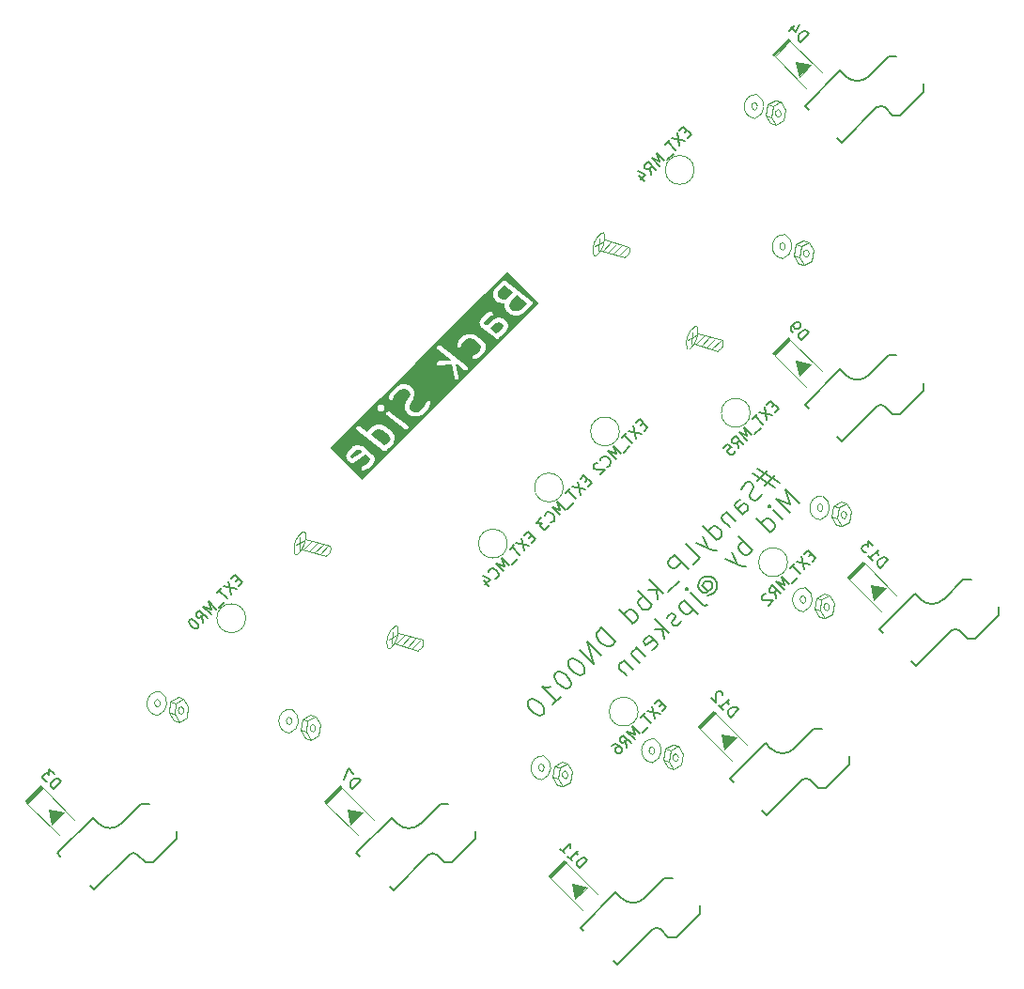
<source format=gbo>
G04 #@! TF.GenerationSoftware,KiCad,Pcbnew,8.0.5*
G04 #@! TF.CreationDate,2024-09-18T07:32:08+09:00*
G04 #@! TF.ProjectId,SandyLP_Middle,53616e64-794c-4505-9f4d-6964646c652e,v.0*
G04 #@! TF.SameCoordinates,Original*
G04 #@! TF.FileFunction,Legend,Bot*
G04 #@! TF.FilePolarity,Positive*
%FSLAX46Y46*%
G04 Gerber Fmt 4.6, Leading zero omitted, Abs format (unit mm)*
G04 Created by KiCad (PCBNEW 8.0.5) date 2024-09-18 07:32:08*
%MOMM*%
%LPD*%
G01*
G04 APERTURE LIST*
G04 Aperture macros list*
%AMRotRect*
0 Rectangle, with rotation*
0 The origin of the aperture is its center*
0 $1 length*
0 $2 width*
0 $3 Rotation angle, in degrees counterclockwise*
0 Add horizontal line*
21,1,$1,$2,0,0,$3*%
G04 Aperture macros list end*
%ADD10C,0.400000*%
%ADD11C,0.200000*%
%ADD12C,0.150000*%
%ADD13C,0.060000*%
%ADD14C,0.120000*%
%ADD15C,3.600000*%
%ADD16C,4.400000*%
%ADD17C,3.000000*%
%ADD18C,5.000000*%
%ADD19C,1.600000*%
%ADD20RotRect,2.600000X2.600000X45.000000*%
%ADD21C,0.800000*%
%ADD22RotRect,1.625000X3.600000X45.000000*%
%ADD23RotRect,0.900000X1.200000X315.000000*%
%ADD24C,2.000000*%
G04 APERTURE END LIST*
D10*
G36*
X143117182Y-57349540D02*
G01*
X143318971Y-57506487D01*
X142430713Y-58104702D01*
X142356675Y-58047116D01*
X142282045Y-57882930D01*
X142333888Y-57712589D01*
X142670981Y-57375497D01*
X142889216Y-57296932D01*
X143117182Y-57349540D01*
G37*
G36*
X145150114Y-55518638D02*
G01*
X145758245Y-55991629D01*
X145849063Y-56191426D01*
X145856833Y-56307989D01*
X145793660Y-56515559D01*
X145456568Y-56852651D01*
X145286568Y-56913851D01*
X144118393Y-56005271D01*
X144152163Y-55894315D01*
X144489256Y-55557222D01*
X144735690Y-55468506D01*
X144892821Y-55459263D01*
X145150114Y-55518638D01*
G37*
G36*
X155819850Y-45859055D02*
G01*
X155973414Y-45978493D01*
X156048043Y-46142678D01*
X155996200Y-46313020D01*
X155558092Y-46751127D01*
X155388094Y-46812327D01*
X154850204Y-46393968D01*
X154861918Y-46388400D01*
X154865456Y-46385180D01*
X154869878Y-46383349D01*
X154900185Y-46358476D01*
X155373646Y-45885013D01*
X155591884Y-45806447D01*
X155819850Y-45859055D01*
G37*
G36*
X158194707Y-44114512D02*
G01*
X157578397Y-44730822D01*
X157331963Y-44819539D01*
X157174831Y-44828781D01*
X156917540Y-44769407D01*
X156650332Y-44561579D01*
X156559516Y-44361784D01*
X156552830Y-44261489D01*
X156704472Y-43948096D01*
X157262842Y-43389728D01*
X158194707Y-44114512D01*
G37*
G36*
X156944644Y-43142240D02*
G01*
X156429351Y-43657533D01*
X156182911Y-43746251D01*
X156025782Y-43755494D01*
X155768490Y-43696119D01*
X155614927Y-43576681D01*
X155524110Y-43376884D01*
X155516339Y-43260321D01*
X155579513Y-43052750D01*
X156126420Y-42505844D01*
X156944644Y-43142240D01*
G37*
G36*
X159250209Y-44096101D02*
G01*
X143306527Y-60039784D01*
X141143900Y-57877157D01*
X141869704Y-57877157D01*
X141872889Y-57909800D01*
X141874002Y-57942593D01*
X141876925Y-57951171D01*
X141877282Y-57954824D01*
X141879743Y-57959439D01*
X141886650Y-57979704D01*
X142012919Y-58257496D01*
X142032563Y-58291426D01*
X142039243Y-58297668D01*
X142043764Y-58305617D01*
X142072204Y-58332605D01*
X142299488Y-58509382D01*
X142332646Y-58530304D01*
X142340031Y-58532334D01*
X142346414Y-58536566D01*
X142377423Y-58542616D01*
X142407889Y-58550994D01*
X142415488Y-58550044D01*
X142423006Y-58551511D01*
X142453969Y-58545234D01*
X142485323Y-58541315D01*
X142491982Y-58537528D01*
X142499486Y-58536007D01*
X142533996Y-58517399D01*
X143651274Y-57764945D01*
X143952599Y-57999309D01*
X144027228Y-58163493D01*
X143975384Y-58333834D01*
X143638292Y-58670927D01*
X143364685Y-58769427D01*
X143329275Y-58786259D01*
X143271556Y-58838777D01*
X143238328Y-58909386D01*
X143234651Y-58987335D01*
X143261084Y-59060758D01*
X143313602Y-59118477D01*
X143384211Y-59151705D01*
X143462160Y-59155382D01*
X143500173Y-59145781D01*
X143815846Y-59032138D01*
X143851255Y-59015306D01*
X143854793Y-59012086D01*
X143859215Y-59010255D01*
X143889522Y-58985382D01*
X144293584Y-58581321D01*
X144318456Y-58551014D01*
X144322217Y-58541931D01*
X144328459Y-58534341D01*
X144343497Y-58498133D01*
X144431886Y-58207715D01*
X144436081Y-58186725D01*
X144437919Y-58181824D01*
X144437794Y-58178152D01*
X144439570Y-58169268D01*
X144436384Y-58136624D01*
X144435272Y-58103832D01*
X144432348Y-58095253D01*
X144431992Y-58091601D01*
X144429530Y-58086985D01*
X144422624Y-58066721D01*
X144296355Y-57788929D01*
X144276711Y-57754999D01*
X144270030Y-57748756D01*
X144265510Y-57740808D01*
X144237070Y-57713820D01*
X143327932Y-57006713D01*
X143294774Y-56985791D01*
X143290703Y-56984671D01*
X143287270Y-56982223D01*
X143250116Y-56969705D01*
X142921817Y-56893943D01*
X142882934Y-56888914D01*
X142865139Y-56891893D01*
X142847114Y-56891043D01*
X142809101Y-56900644D01*
X142493428Y-57014287D01*
X142458018Y-57031119D01*
X142454479Y-57034338D01*
X142450058Y-57036170D01*
X142419751Y-57061042D01*
X142015690Y-57465104D01*
X141990817Y-57495411D01*
X141987055Y-57504491D01*
X141980813Y-57512084D01*
X141965776Y-57548292D01*
X141877388Y-57838711D01*
X141873193Y-57859699D01*
X141871355Y-57864601D01*
X141871479Y-57868272D01*
X141869704Y-57877157D01*
X141143900Y-57877157D01*
X140430959Y-57164216D01*
X142238000Y-55357175D01*
X142778378Y-55357175D01*
X142788057Y-55434609D01*
X142826632Y-55502444D01*
X142855072Y-55529432D01*
X145241558Y-57385587D01*
X145274716Y-57406509D01*
X145349960Y-57427199D01*
X145427393Y-57417520D01*
X145495228Y-57378945D01*
X145543138Y-57317347D01*
X145563828Y-57242104D01*
X145563476Y-57239295D01*
X145634120Y-57213864D01*
X145669530Y-57197032D01*
X145673068Y-57193812D01*
X145677490Y-57191981D01*
X145707797Y-57167108D01*
X146111859Y-56763047D01*
X146136731Y-56732740D01*
X146140492Y-56723659D01*
X146146735Y-56716067D01*
X146161772Y-56679858D01*
X146250160Y-56389440D01*
X146255877Y-56360833D01*
X146257143Y-56357091D01*
X146257240Y-56354013D01*
X146257844Y-56350993D01*
X146257460Y-56347059D01*
X146258382Y-56317904D01*
X146245756Y-56128500D01*
X146241057Y-56100240D01*
X146240919Y-56096152D01*
X146239862Y-56093052D01*
X146239326Y-56089824D01*
X146237513Y-56086157D01*
X146228272Y-56059042D01*
X146102002Y-55781250D01*
X146082358Y-55747320D01*
X146075674Y-55741075D01*
X146071156Y-55733129D01*
X146042717Y-55706140D01*
X145360864Y-55175811D01*
X145327706Y-55154889D01*
X145323635Y-55153769D01*
X145320202Y-55151321D01*
X145283047Y-55138803D01*
X144954749Y-55063042D01*
X144941636Y-55061346D01*
X144937209Y-55059810D01*
X144926492Y-55059387D01*
X144915866Y-55058013D01*
X144911248Y-55058786D01*
X144898032Y-55058265D01*
X144683375Y-55070892D01*
X144670107Y-55072991D01*
X144665389Y-55072769D01*
X144655110Y-55075364D01*
X144644650Y-55077020D01*
X144640403Y-55079078D01*
X144627375Y-55082369D01*
X144311703Y-55196012D01*
X144276293Y-55212844D01*
X144272754Y-55216063D01*
X144268333Y-55217895D01*
X144238026Y-55242767D01*
X143833965Y-55646829D01*
X143809092Y-55677136D01*
X143805330Y-55686218D01*
X143799089Y-55693809D01*
X143784051Y-55730017D01*
X143780307Y-55742316D01*
X143100648Y-55213692D01*
X143067490Y-55192770D01*
X142992247Y-55172080D01*
X142914813Y-55181759D01*
X142846978Y-55220334D01*
X142799068Y-55281932D01*
X142778378Y-55357175D01*
X142238000Y-55357175D01*
X143538571Y-54056604D01*
X145493163Y-54056604D01*
X145502842Y-54134038D01*
X145541417Y-54201873D01*
X145569857Y-54228861D01*
X147160847Y-55466298D01*
X147194005Y-55487219D01*
X147269248Y-55507910D01*
X147346682Y-55498231D01*
X147414517Y-55459656D01*
X147462426Y-55398058D01*
X147483117Y-55322814D01*
X147473437Y-55245381D01*
X147434862Y-55177546D01*
X147406423Y-55150557D01*
X145815433Y-53913121D01*
X145782275Y-53892199D01*
X145707032Y-53871509D01*
X145629598Y-53881188D01*
X145561763Y-53919763D01*
X145513853Y-53981361D01*
X145493163Y-54056604D01*
X143538571Y-54056604D01*
X144129599Y-53465576D01*
X144697593Y-53465576D01*
X144710220Y-53654979D01*
X144716168Y-53690757D01*
X144716250Y-53692146D01*
X144716476Y-53692614D01*
X144716650Y-53693655D01*
X144733584Y-53727898D01*
X144750295Y-53762363D01*
X144750890Y-53762892D01*
X144751243Y-53763605D01*
X144779974Y-53788745D01*
X144808620Y-53814208D01*
X144809373Y-53814469D01*
X144809971Y-53814992D01*
X144846122Y-53827219D01*
X144882345Y-53839786D01*
X144883402Y-53839827D01*
X144883894Y-53839994D01*
X144885278Y-53839901D01*
X144921522Y-53841331D01*
X145136178Y-53828704D01*
X145174903Y-53822576D01*
X145175618Y-53822229D01*
X145176414Y-53822176D01*
X145181665Y-53819578D01*
X145187481Y-53818852D01*
X145215811Y-53802741D01*
X145245121Y-53788531D01*
X145245649Y-53787936D01*
X145246364Y-53787583D01*
X145250222Y-53783173D01*
X145255316Y-53780277D01*
X145275321Y-53754555D01*
X145296966Y-53730206D01*
X145297226Y-53729453D01*
X145297751Y-53728855D01*
X145299628Y-53723304D01*
X145303226Y-53718679D01*
X145311864Y-53687261D01*
X145322544Y-53656481D01*
X145322497Y-53655685D01*
X145322752Y-53654932D01*
X145323011Y-53646725D01*
X145323916Y-53643436D01*
X145323277Y-53638324D01*
X145323991Y-53615745D01*
X145311364Y-53426341D01*
X145305415Y-53390561D01*
X145305334Y-53389175D01*
X145305107Y-53388707D01*
X145304934Y-53387665D01*
X145287974Y-53353371D01*
X145271289Y-53318958D01*
X145270694Y-53318429D01*
X145270341Y-53317715D01*
X145241537Y-53292511D01*
X145212964Y-53267113D01*
X145212211Y-53266852D01*
X145211613Y-53266328D01*
X145175402Y-53254081D01*
X145139239Y-53241535D01*
X145138181Y-53241493D01*
X145137690Y-53241327D01*
X145136305Y-53241419D01*
X145100062Y-53239990D01*
X144885405Y-53252617D01*
X144846680Y-53258745D01*
X144845964Y-53259092D01*
X144845170Y-53259145D01*
X144839918Y-53261742D01*
X144834103Y-53262469D01*
X144805775Y-53278577D01*
X144776463Y-53292790D01*
X144775934Y-53293384D01*
X144775220Y-53293738D01*
X144771361Y-53298147D01*
X144766268Y-53301044D01*
X144746262Y-53326765D01*
X144724618Y-53351115D01*
X144724357Y-53351867D01*
X144723833Y-53352466D01*
X144721955Y-53358016D01*
X144718358Y-53362642D01*
X144709719Y-53394059D01*
X144699040Y-53424840D01*
X144699086Y-53425635D01*
X144698832Y-53426389D01*
X144698572Y-53434595D01*
X144697668Y-53437885D01*
X144698306Y-53442996D01*
X144697593Y-53465576D01*
X144129599Y-53465576D01*
X144936063Y-52659112D01*
X145721841Y-52659112D01*
X145747477Y-52732817D01*
X145799368Y-52791101D01*
X145869613Y-52825090D01*
X145947518Y-52829611D01*
X146021223Y-52803975D01*
X146079507Y-52752084D01*
X146099961Y-52718635D01*
X146274648Y-52357616D01*
X146724217Y-51908047D01*
X146970653Y-51819330D01*
X147127783Y-51810087D01*
X147385077Y-51869462D01*
X147538639Y-51988899D01*
X147629456Y-52188697D01*
X147637227Y-52305260D01*
X147566440Y-52537845D01*
X147288139Y-53009749D01*
X147285726Y-53014944D01*
X147284114Y-53016906D01*
X147278164Y-53031230D01*
X147271628Y-53045310D01*
X147271273Y-53047825D01*
X147269077Y-53053114D01*
X147180689Y-53343533D01*
X147174971Y-53372138D01*
X147173706Y-53375881D01*
X147173608Y-53378958D01*
X147173005Y-53381979D01*
X147173388Y-53385912D01*
X147172467Y-53415068D01*
X147185093Y-53604471D01*
X147189790Y-53632723D01*
X147189929Y-53636818D01*
X147190986Y-53639921D01*
X147191523Y-53643147D01*
X147193334Y-53646809D01*
X147202577Y-53673929D01*
X147328846Y-53951721D01*
X147348490Y-53985651D01*
X147355170Y-53991893D01*
X147359691Y-53999842D01*
X147388131Y-54026831D01*
X147615416Y-54203607D01*
X147648574Y-54224528D01*
X147652642Y-54225646D01*
X147656078Y-54228097D01*
X147693232Y-54240615D01*
X148021531Y-54316376D01*
X148034643Y-54318071D01*
X148039071Y-54319608D01*
X148049787Y-54320030D01*
X148060414Y-54321405D01*
X148065031Y-54320631D01*
X148078247Y-54321153D01*
X148292905Y-54308526D01*
X148306173Y-54306426D01*
X148310892Y-54306649D01*
X148321168Y-54304053D01*
X148331630Y-54302398D01*
X148335878Y-54300338D01*
X148348905Y-54297048D01*
X148664577Y-54183406D01*
X148699987Y-54166574D01*
X148703525Y-54163354D01*
X148707947Y-54161523D01*
X148738254Y-54136650D01*
X149243331Y-53631575D01*
X149257638Y-53614141D01*
X149261488Y-53610714D01*
X149264519Y-53605756D01*
X149268204Y-53601267D01*
X149270175Y-53596506D01*
X149281942Y-53577265D01*
X149471345Y-53185831D01*
X149484880Y-53149035D01*
X149489401Y-53071130D01*
X149463764Y-52997425D01*
X149411873Y-52939141D01*
X149341628Y-52905152D01*
X149263723Y-52900631D01*
X149190018Y-52926268D01*
X149131735Y-52978159D01*
X149111281Y-53011607D01*
X148936594Y-53372626D01*
X148487026Y-53822193D01*
X148240589Y-53910911D01*
X148083458Y-53920154D01*
X147826167Y-53860780D01*
X147672601Y-53741340D01*
X147581785Y-53541545D01*
X147574015Y-53424982D01*
X147644802Y-53192395D01*
X147923104Y-52720493D01*
X147925514Y-52715300D01*
X147927129Y-52713337D01*
X147933085Y-52698993D01*
X147939614Y-52684932D01*
X147939968Y-52682419D01*
X147942166Y-52677128D01*
X148030554Y-52386710D01*
X148036271Y-52358103D01*
X148037537Y-52354361D01*
X148037634Y-52351283D01*
X148038238Y-52348263D01*
X148037854Y-52344329D01*
X148038776Y-52315174D01*
X148026149Y-52125770D01*
X148021451Y-52097517D01*
X148021313Y-52093424D01*
X148020255Y-52090321D01*
X148019719Y-52087094D01*
X148017906Y-52083429D01*
X148008665Y-52056313D01*
X147882396Y-51778521D01*
X147862752Y-51744591D01*
X147856071Y-51738348D01*
X147851551Y-51730400D01*
X147823112Y-51703412D01*
X147595827Y-51526635D01*
X147562669Y-51505713D01*
X147558598Y-51504593D01*
X147555165Y-51502145D01*
X147518010Y-51489627D01*
X147189711Y-51413866D01*
X147176598Y-51412170D01*
X147172171Y-51410634D01*
X147161454Y-51410211D01*
X147150828Y-51408837D01*
X147146210Y-51409610D01*
X147132994Y-51409089D01*
X146918337Y-51421716D01*
X146905069Y-51423815D01*
X146900352Y-51423593D01*
X146890076Y-51426188D01*
X146879612Y-51427844D01*
X146875364Y-51429903D01*
X146862339Y-51433193D01*
X146546665Y-51546835D01*
X146511255Y-51563667D01*
X146507714Y-51566888D01*
X146503295Y-51568719D01*
X146472987Y-51593592D01*
X145967912Y-52098668D01*
X145953606Y-52116099D01*
X145949755Y-52119528D01*
X145946723Y-52124485D01*
X145943039Y-52128975D01*
X145941067Y-52133735D01*
X145929301Y-52152977D01*
X145739897Y-52544411D01*
X145726362Y-52581207D01*
X145721841Y-52659112D01*
X144936063Y-52659112D01*
X148097302Y-49497873D01*
X150040221Y-49497873D01*
X150044804Y-49575774D01*
X150078849Y-49645992D01*
X150137174Y-49697837D01*
X150210899Y-49723415D01*
X150250075Y-49724960D01*
X151369382Y-49659118D01*
X151634443Y-50807714D01*
X151646961Y-50844868D01*
X151692271Y-50908403D01*
X151758445Y-50949762D01*
X151835410Y-50962649D01*
X151911448Y-50945102D01*
X151974982Y-50899792D01*
X152016341Y-50833617D01*
X152029228Y-50756653D01*
X152024199Y-50717770D01*
X151774396Y-49635294D01*
X151892206Y-49628364D01*
X152514655Y-50112491D01*
X152547813Y-50133412D01*
X152623057Y-50154102D01*
X152700490Y-50144423D01*
X152768325Y-50105848D01*
X152816235Y-50044250D01*
X152836925Y-49969007D01*
X152827246Y-49891573D01*
X152788671Y-49823738D01*
X152760231Y-49796750D01*
X150373746Y-47940594D01*
X150340588Y-47919672D01*
X150265345Y-47898982D01*
X150187911Y-47908661D01*
X150120076Y-47947236D01*
X150072166Y-48008834D01*
X150051476Y-48084077D01*
X150061155Y-48161511D01*
X150099730Y-48229346D01*
X150128170Y-48256334D01*
X151413255Y-49255846D01*
X150226587Y-49325650D01*
X150187862Y-49331778D01*
X150117644Y-49365823D01*
X150065799Y-49424148D01*
X150040221Y-49497873D01*
X148097302Y-49497873D01*
X149718528Y-47876647D01*
X151870214Y-47876647D01*
X151877792Y-47954314D01*
X151914515Y-48023170D01*
X151974792Y-48072731D01*
X152049447Y-48095452D01*
X152127114Y-48087874D01*
X152195970Y-48051151D01*
X152245531Y-47990874D01*
X152260568Y-47954665D01*
X152334398Y-47712079D01*
X152671491Y-47374987D01*
X152917925Y-47286270D01*
X153075055Y-47277028D01*
X153332350Y-47336403D01*
X153940481Y-47809393D01*
X154031298Y-48009191D01*
X154039069Y-48125753D01*
X153975894Y-48333324D01*
X153638802Y-48670417D01*
X153365195Y-48768917D01*
X153329785Y-48785749D01*
X153272066Y-48838267D01*
X153238839Y-48908875D01*
X153235161Y-48986825D01*
X153261594Y-49060248D01*
X153314112Y-49117967D01*
X153384720Y-49151194D01*
X153462670Y-49154872D01*
X153500683Y-49145271D01*
X153816355Y-49031629D01*
X153851765Y-49014797D01*
X153855303Y-49011577D01*
X153859725Y-49009746D01*
X153890033Y-48984873D01*
X154294093Y-48580811D01*
X154318966Y-48550504D01*
X154322727Y-48541421D01*
X154328969Y-48533831D01*
X154344007Y-48497623D01*
X154432396Y-48207205D01*
X154438113Y-48178595D01*
X154439379Y-48174855D01*
X154439476Y-48171778D01*
X154440080Y-48168758D01*
X154439696Y-48164823D01*
X154440618Y-48135668D01*
X154427991Y-47946264D01*
X154423293Y-47918011D01*
X154423155Y-47913918D01*
X154422097Y-47910815D01*
X154421561Y-47907588D01*
X154419748Y-47903923D01*
X154410507Y-47876807D01*
X154284238Y-47599015D01*
X154264594Y-47565085D01*
X154257911Y-47558840D01*
X154253392Y-47550894D01*
X154224953Y-47523905D01*
X153543100Y-46993576D01*
X153509942Y-46972654D01*
X153505871Y-46971534D01*
X153502438Y-46969086D01*
X153465283Y-46956568D01*
X153136984Y-46880807D01*
X153123872Y-46879111D01*
X153119445Y-46877575D01*
X153108726Y-46877152D01*
X153098101Y-46875778D01*
X153093483Y-46876551D01*
X153080268Y-46876030D01*
X152865611Y-46888656D01*
X152852342Y-46890755D01*
X152847624Y-46890533D01*
X152837347Y-46893128D01*
X152826886Y-46894784D01*
X152822637Y-46896843D01*
X152809611Y-46900134D01*
X152493938Y-47013777D01*
X152458528Y-47030609D01*
X152454989Y-47033828D01*
X152450568Y-47035660D01*
X152420261Y-47060532D01*
X152016200Y-47464594D01*
X151991327Y-47494901D01*
X151987565Y-47503981D01*
X151981323Y-47511574D01*
X151966286Y-47547782D01*
X151877898Y-47838201D01*
X151870214Y-47876647D01*
X149718528Y-47876647D01*
X151738833Y-45856342D01*
X153890519Y-45856342D01*
X153893704Y-45888986D01*
X153894817Y-45921778D01*
X153897740Y-45930355D01*
X153898097Y-45934010D01*
X153900559Y-45938626D01*
X153907465Y-45958889D01*
X154033734Y-46236681D01*
X154053378Y-46270611D01*
X154060058Y-46276853D01*
X154064579Y-46284802D01*
X154093019Y-46311790D01*
X155343083Y-47284062D01*
X155376241Y-47304984D01*
X155451484Y-47325674D01*
X155528918Y-47315995D01*
X155596753Y-47277420D01*
X155644663Y-47215822D01*
X155665353Y-47140579D01*
X155665001Y-47137770D01*
X155735646Y-47112338D01*
X155771055Y-47095506D01*
X155774593Y-47092286D01*
X155779015Y-47090455D01*
X155809322Y-47065582D01*
X156314399Y-46560507D01*
X156339272Y-46530199D01*
X156343033Y-46521118D01*
X156349276Y-46513526D01*
X156364313Y-46477317D01*
X156452701Y-46186899D01*
X156456896Y-46165909D01*
X156458734Y-46161008D01*
X156458609Y-46157336D01*
X156460385Y-46148452D01*
X156457199Y-46115808D01*
X156456087Y-46083016D01*
X156453163Y-46074437D01*
X156452807Y-46070785D01*
X156450345Y-46066169D01*
X156443439Y-46045905D01*
X156317170Y-45768113D01*
X156297526Y-45734183D01*
X156290843Y-45727939D01*
X156286324Y-45719992D01*
X156257885Y-45693003D01*
X156030601Y-45516227D01*
X155997443Y-45495306D01*
X155993372Y-45494186D01*
X155989939Y-45491738D01*
X155952785Y-45479220D01*
X155624485Y-45403458D01*
X155585602Y-45398429D01*
X155567807Y-45401408D01*
X155549783Y-45400558D01*
X155511770Y-45410158D01*
X155196096Y-45523800D01*
X155160686Y-45540632D01*
X155157145Y-45543853D01*
X155152726Y-45545684D01*
X155122418Y-45570557D01*
X154648956Y-46044019D01*
X154478956Y-46105219D01*
X154377490Y-46026302D01*
X154302860Y-45862115D01*
X154354703Y-45691773D01*
X154691795Y-45354682D01*
X154965404Y-45256183D01*
X155000814Y-45239351D01*
X155058533Y-45186833D01*
X155091761Y-45116225D01*
X155095438Y-45038275D01*
X155069006Y-44964852D01*
X155016488Y-44907133D01*
X154945879Y-44873905D01*
X154867930Y-44870228D01*
X154829917Y-44879828D01*
X154514243Y-44993470D01*
X154478833Y-45010302D01*
X154475292Y-45013523D01*
X154470873Y-45015354D01*
X154440566Y-45040226D01*
X154036505Y-45444288D01*
X154011632Y-45474595D01*
X154007870Y-45483677D01*
X154001628Y-45491269D01*
X153986591Y-45527477D01*
X153898203Y-45817896D01*
X153894008Y-45838884D01*
X153892170Y-45843786D01*
X153892294Y-45847457D01*
X153890519Y-45856342D01*
X151738833Y-45856342D01*
X154344766Y-43250409D01*
X155114791Y-43250409D01*
X155127418Y-43439812D01*
X155132115Y-43468063D01*
X155132254Y-43472158D01*
X155133311Y-43475261D01*
X155133848Y-43478487D01*
X155135659Y-43482149D01*
X155144902Y-43509269D01*
X155271171Y-43787061D01*
X155290815Y-43820991D01*
X155297495Y-43827233D01*
X155302016Y-43835182D01*
X155330456Y-43862170D01*
X155557740Y-44038947D01*
X155590898Y-44059869D01*
X155594968Y-44060988D01*
X155598402Y-44063437D01*
X155635556Y-44075955D01*
X155963856Y-44151716D01*
X155976968Y-44153411D01*
X155981396Y-44154948D01*
X155992112Y-44155370D01*
X156002739Y-44156745D01*
X156007356Y-44155971D01*
X156020573Y-44156493D01*
X156164898Y-44148003D01*
X156156187Y-44171687D01*
X156155459Y-44184223D01*
X156151436Y-44196120D01*
X156150197Y-44235307D01*
X156162824Y-44424710D01*
X156167521Y-44452962D01*
X156167660Y-44457057D01*
X156168717Y-44460160D01*
X156169254Y-44463386D01*
X156171065Y-44467048D01*
X156180308Y-44494168D01*
X156306577Y-44771960D01*
X156326221Y-44805890D01*
X156332901Y-44812132D01*
X156337422Y-44820081D01*
X156365862Y-44847070D01*
X156706789Y-45112235D01*
X156739947Y-45133156D01*
X156744017Y-45134275D01*
X156747451Y-45136724D01*
X156784605Y-45149242D01*
X157112904Y-45225003D01*
X157126015Y-45226698D01*
X157130443Y-45228235D01*
X157141161Y-45228657D01*
X157151787Y-45230032D01*
X157156404Y-45229258D01*
X157169620Y-45229780D01*
X157384278Y-45217154D01*
X157397547Y-45215054D01*
X157402265Y-45215277D01*
X157412533Y-45212683D01*
X157423003Y-45211027D01*
X157427255Y-45208965D01*
X157440278Y-45205676D01*
X157755951Y-45092033D01*
X157791360Y-45075201D01*
X157794898Y-45071981D01*
X157799320Y-45070150D01*
X157829627Y-45045277D01*
X158637749Y-44237155D01*
X158662622Y-44206848D01*
X158667420Y-44195263D01*
X158675120Y-44185364D01*
X158682227Y-44159515D01*
X158692485Y-44134752D01*
X158692485Y-44122212D01*
X158695810Y-44110120D01*
X158692485Y-44083519D01*
X158692485Y-44056716D01*
X158687686Y-44045131D01*
X158686131Y-44032687D01*
X158672879Y-44009384D01*
X158662622Y-43984620D01*
X158653754Y-43975752D01*
X158647556Y-43964852D01*
X158619116Y-43937863D01*
X156232631Y-42081709D01*
X156223823Y-42076151D01*
X156220957Y-42073285D01*
X156216076Y-42071263D01*
X156199473Y-42060787D01*
X156173624Y-42053679D01*
X156148861Y-42043422D01*
X156136322Y-42043422D01*
X156124230Y-42040097D01*
X156097629Y-42043422D01*
X156070825Y-42043422D01*
X156059240Y-42048220D01*
X156046796Y-42049776D01*
X156023493Y-42063027D01*
X155998729Y-42073285D01*
X155983552Y-42085740D01*
X155978961Y-42088351D01*
X155976472Y-42091550D01*
X155968421Y-42098158D01*
X155261315Y-42805265D01*
X155236442Y-42835572D01*
X155232680Y-42844654D01*
X155226438Y-42852246D01*
X155211401Y-42888454D01*
X155123013Y-43178873D01*
X155117295Y-43207480D01*
X155116030Y-43211222D01*
X155115932Y-43214298D01*
X155115329Y-43217319D01*
X155115712Y-43221253D01*
X155114791Y-43250409D01*
X154344766Y-43250409D01*
X156374641Y-41220534D01*
X159250209Y-44096101D01*
G37*
D11*
X179856760Y-59213255D02*
X178947623Y-60122392D01*
X178947623Y-59031427D02*
X180947725Y-60304219D01*
X179614323Y-60546656D02*
X180523461Y-59637519D01*
X180523461Y-60728483D02*
X178523359Y-59455691D01*
X179371887Y-61273966D02*
X179250669Y-61516402D01*
X179250669Y-61516402D02*
X178947623Y-61819448D01*
X178947623Y-61819448D02*
X178765795Y-61880057D01*
X178765795Y-61880057D02*
X178644577Y-61880057D01*
X178644577Y-61880057D02*
X178462750Y-61819448D01*
X178462750Y-61819448D02*
X178341531Y-61698230D01*
X178341531Y-61698230D02*
X178280922Y-61516402D01*
X178280922Y-61516402D02*
X178280922Y-61395184D01*
X178280922Y-61395184D02*
X178341531Y-61213357D01*
X178341531Y-61213357D02*
X178523359Y-60910311D01*
X178523359Y-60910311D02*
X178583968Y-60728483D01*
X178583968Y-60728483D02*
X178583968Y-60607265D01*
X178583968Y-60607265D02*
X178523359Y-60425438D01*
X178523359Y-60425438D02*
X178402140Y-60304219D01*
X178402140Y-60304219D02*
X178220313Y-60243610D01*
X178220313Y-60243610D02*
X178099095Y-60243610D01*
X178099095Y-60243610D02*
X177917267Y-60304219D01*
X177917267Y-60304219D02*
X177614221Y-60607265D01*
X177614221Y-60607265D02*
X177493003Y-60849702D01*
X177614221Y-63152850D02*
X176947521Y-62486149D01*
X176947521Y-62486149D02*
X176886911Y-62304322D01*
X176886911Y-62304322D02*
X176947521Y-62122494D01*
X176947521Y-62122494D02*
X177189957Y-61880058D01*
X177189957Y-61880058D02*
X177371785Y-61819448D01*
X177553612Y-63092241D02*
X177735440Y-63031631D01*
X177735440Y-63031631D02*
X178038485Y-62728586D01*
X178038485Y-62728586D02*
X178099094Y-62546758D01*
X178099094Y-62546758D02*
X178038485Y-62364931D01*
X178038485Y-62364931D02*
X177917267Y-62243713D01*
X177917267Y-62243713D02*
X177735440Y-62183103D01*
X177735440Y-62183103D02*
X177553612Y-62243713D01*
X177553612Y-62243713D02*
X177250566Y-62546758D01*
X177250566Y-62546758D02*
X177068739Y-62607367D01*
X176159602Y-62910413D02*
X177008130Y-63758941D01*
X176280820Y-63031631D02*
X176159602Y-63031631D01*
X176159602Y-63031631D02*
X175977774Y-63092240D01*
X175977774Y-63092240D02*
X175795947Y-63274068D01*
X175795947Y-63274068D02*
X175735338Y-63455895D01*
X175735338Y-63455895D02*
X175795947Y-63637723D01*
X175795947Y-63637723D02*
X176462648Y-64304423D01*
X175311074Y-65455997D02*
X174038282Y-64183205D01*
X175250465Y-65395388D02*
X175432292Y-65334779D01*
X175432292Y-65334779D02*
X175674729Y-65092342D01*
X175674729Y-65092342D02*
X175735338Y-64910515D01*
X175735338Y-64910515D02*
X175735338Y-64789296D01*
X175735338Y-64789296D02*
X175674729Y-64607469D01*
X175674729Y-64607469D02*
X175311074Y-64243814D01*
X175311074Y-64243814D02*
X175129247Y-64183205D01*
X175129247Y-64183205D02*
X175008028Y-64183205D01*
X175008028Y-64183205D02*
X174826201Y-64243814D01*
X174826201Y-64243814D02*
X174583764Y-64486251D01*
X174583764Y-64486251D02*
X174523155Y-64668078D01*
X173977673Y-65092342D02*
X174523155Y-66243916D01*
X173371581Y-65698433D02*
X174523155Y-66243916D01*
X174523155Y-66243916D02*
X174947419Y-66425743D01*
X174947419Y-66425743D02*
X175068638Y-66425743D01*
X175068638Y-66425743D02*
X175250465Y-66365134D01*
X173129145Y-67637926D02*
X173735236Y-67031835D01*
X173735236Y-67031835D02*
X172462444Y-65759043D01*
X172704880Y-68062191D02*
X171432088Y-66789398D01*
X171432088Y-66789398D02*
X170947215Y-67274272D01*
X170947215Y-67274272D02*
X170886606Y-67456099D01*
X170886606Y-67456099D02*
X170886606Y-67577317D01*
X170886606Y-67577317D02*
X170947215Y-67759145D01*
X170947215Y-67759145D02*
X171129042Y-67940972D01*
X171129042Y-67940972D02*
X171310870Y-68001582D01*
X171310870Y-68001582D02*
X171432088Y-68001582D01*
X171432088Y-68001582D02*
X171613916Y-67940972D01*
X171613916Y-67940972D02*
X172098789Y-67456099D01*
X171856352Y-69153155D02*
X170886606Y-70122902D01*
X170462341Y-70304730D02*
X169189549Y-69031937D01*
X169856250Y-69941075D02*
X169977468Y-70789603D01*
X169128940Y-69941075D02*
X170098686Y-69941075D01*
X169431986Y-71335085D02*
X168159193Y-70062293D01*
X168644067Y-70547166D02*
X168462239Y-70607775D01*
X168462239Y-70607775D02*
X168219803Y-70850212D01*
X168219803Y-70850212D02*
X168159193Y-71032040D01*
X168159193Y-71032040D02*
X168159193Y-71153258D01*
X168159193Y-71153258D02*
X168219803Y-71335085D01*
X168219803Y-71335085D02*
X168583458Y-71698740D01*
X168583458Y-71698740D02*
X168765285Y-71759349D01*
X168765285Y-71759349D02*
X168886503Y-71759349D01*
X168886503Y-71759349D02*
X169068331Y-71698740D01*
X169068331Y-71698740D02*
X169310767Y-71456304D01*
X169310767Y-71456304D02*
X169371377Y-71274476D01*
X167734930Y-73032141D02*
X166462138Y-71759349D01*
X167674321Y-72971532D02*
X167856148Y-72910923D01*
X167856148Y-72910923D02*
X168098585Y-72668486D01*
X168098585Y-72668486D02*
X168159194Y-72486659D01*
X168159194Y-72486659D02*
X168159194Y-72365441D01*
X168159194Y-72365441D02*
X168098585Y-72183613D01*
X168098585Y-72183613D02*
X167734930Y-71819958D01*
X167734930Y-71819958D02*
X167553102Y-71759349D01*
X167553102Y-71759349D02*
X167431884Y-71759349D01*
X167431884Y-71759349D02*
X167250057Y-71819958D01*
X167250057Y-71819958D02*
X167007620Y-72062395D01*
X167007620Y-72062395D02*
X166947011Y-72244222D01*
X166159092Y-74607979D02*
X164886300Y-73335187D01*
X164886300Y-73335187D02*
X164583254Y-73638233D01*
X164583254Y-73638233D02*
X164462035Y-73880669D01*
X164462035Y-73880669D02*
X164462035Y-74123106D01*
X164462035Y-74123106D02*
X164522645Y-74304933D01*
X164522645Y-74304933D02*
X164704472Y-74607979D01*
X164704472Y-74607979D02*
X164886300Y-74789807D01*
X164886300Y-74789807D02*
X165189345Y-74971634D01*
X165189345Y-74971634D02*
X165371173Y-75032243D01*
X165371173Y-75032243D02*
X165613609Y-75032243D01*
X165613609Y-75032243D02*
X165856046Y-74911025D01*
X165856046Y-74911025D02*
X166159092Y-74607979D01*
X164886300Y-75880771D02*
X163613507Y-74607979D01*
X163613507Y-74607979D02*
X164158990Y-76608081D01*
X164158990Y-76608081D02*
X162886198Y-75335289D01*
X162037670Y-76183817D02*
X161916451Y-76305035D01*
X161916451Y-76305035D02*
X161855842Y-76486863D01*
X161855842Y-76486863D02*
X161855842Y-76608081D01*
X161855842Y-76608081D02*
X161916451Y-76789909D01*
X161916451Y-76789909D02*
X162098279Y-77092954D01*
X162098279Y-77092954D02*
X162401324Y-77396000D01*
X162401324Y-77396000D02*
X162704370Y-77577828D01*
X162704370Y-77577828D02*
X162886198Y-77638437D01*
X162886198Y-77638437D02*
X163007416Y-77638437D01*
X163007416Y-77638437D02*
X163189243Y-77577828D01*
X163189243Y-77577828D02*
X163310462Y-77456609D01*
X163310462Y-77456609D02*
X163371071Y-77274782D01*
X163371071Y-77274782D02*
X163371071Y-77153563D01*
X163371071Y-77153563D02*
X163310462Y-76971736D01*
X163310462Y-76971736D02*
X163128634Y-76668690D01*
X163128634Y-76668690D02*
X162825589Y-76365644D01*
X162825589Y-76365644D02*
X162522543Y-76183817D01*
X162522543Y-76183817D02*
X162340715Y-76123208D01*
X162340715Y-76123208D02*
X162219497Y-76123208D01*
X162219497Y-76123208D02*
X162037670Y-76183817D01*
X160825486Y-77396000D02*
X160704268Y-77517219D01*
X160704268Y-77517219D02*
X160643659Y-77699046D01*
X160643659Y-77699046D02*
X160643659Y-77820264D01*
X160643659Y-77820264D02*
X160704268Y-78002092D01*
X160704268Y-78002092D02*
X160886095Y-78305138D01*
X160886095Y-78305138D02*
X161189141Y-78608183D01*
X161189141Y-78608183D02*
X161492187Y-78790011D01*
X161492187Y-78790011D02*
X161674014Y-78850620D01*
X161674014Y-78850620D02*
X161795233Y-78850620D01*
X161795233Y-78850620D02*
X161977060Y-78790011D01*
X161977060Y-78790011D02*
X162098279Y-78668792D01*
X162098279Y-78668792D02*
X162158888Y-78486965D01*
X162158888Y-78486965D02*
X162158888Y-78365747D01*
X162158888Y-78365747D02*
X162098279Y-78183919D01*
X162098279Y-78183919D02*
X161916451Y-77880873D01*
X161916451Y-77880873D02*
X161613405Y-77577828D01*
X161613405Y-77577828D02*
X161310360Y-77396000D01*
X161310360Y-77396000D02*
X161128532Y-77335391D01*
X161128532Y-77335391D02*
X161007314Y-77335391D01*
X161007314Y-77335391D02*
X160825486Y-77396000D01*
X160461831Y-80305240D02*
X161189141Y-79577930D01*
X160825486Y-79941585D02*
X159552694Y-78668793D01*
X159552694Y-78668793D02*
X159855740Y-78729402D01*
X159855740Y-78729402D02*
X160098176Y-78729402D01*
X160098176Y-78729402D02*
X160280004Y-78668793D01*
X158401120Y-79820367D02*
X158279902Y-79941585D01*
X158279902Y-79941585D02*
X158219292Y-80123413D01*
X158219292Y-80123413D02*
X158219292Y-80244631D01*
X158219292Y-80244631D02*
X158279902Y-80426458D01*
X158279902Y-80426458D02*
X158461729Y-80729504D01*
X158461729Y-80729504D02*
X158764775Y-81032550D01*
X158764775Y-81032550D02*
X159067820Y-81214377D01*
X159067820Y-81214377D02*
X159249648Y-81274986D01*
X159249648Y-81274986D02*
X159370866Y-81274986D01*
X159370866Y-81274986D02*
X159552694Y-81214377D01*
X159552694Y-81214377D02*
X159673912Y-81093159D01*
X159673912Y-81093159D02*
X159734521Y-80911332D01*
X159734521Y-80911332D02*
X159734521Y-80790113D01*
X159734521Y-80790113D02*
X159673912Y-80608286D01*
X159673912Y-80608286D02*
X159492085Y-80305240D01*
X159492085Y-80305240D02*
X159189039Y-80002194D01*
X159189039Y-80002194D02*
X158885993Y-79820367D01*
X158885993Y-79820367D02*
X158704166Y-79759758D01*
X158704166Y-79759758D02*
X158582947Y-79759758D01*
X158582947Y-79759758D02*
X158401120Y-79820367D01*
X182693803Y-62171516D02*
X181421011Y-60898724D01*
X181421011Y-60898724D02*
X181905884Y-62232125D01*
X181905884Y-62232125D02*
X180572483Y-61747252D01*
X180572483Y-61747252D02*
X181845275Y-63020044D01*
X181239183Y-63626136D02*
X180390655Y-62777608D01*
X179966391Y-62353344D02*
X180087609Y-62353344D01*
X180087609Y-62353344D02*
X180087609Y-62474562D01*
X180087609Y-62474562D02*
X179966391Y-62474562D01*
X179966391Y-62474562D02*
X179966391Y-62353344D01*
X179966391Y-62353344D02*
X180087609Y-62474562D01*
X180087609Y-64777710D02*
X178814817Y-63504918D01*
X180027000Y-64717101D02*
X180208828Y-64656491D01*
X180208828Y-64656491D02*
X180451264Y-64414055D01*
X180451264Y-64414055D02*
X180511873Y-64232227D01*
X180511873Y-64232227D02*
X180511873Y-64111009D01*
X180511873Y-64111009D02*
X180451264Y-63929182D01*
X180451264Y-63929182D02*
X180087609Y-63565527D01*
X180087609Y-63565527D02*
X179905782Y-63504918D01*
X179905782Y-63504918D02*
X179784564Y-63504918D01*
X179784564Y-63504918D02*
X179602736Y-63565527D01*
X179602736Y-63565527D02*
X179360299Y-63807963D01*
X179360299Y-63807963D02*
X179299690Y-63989791D01*
X178511771Y-66353548D02*
X177238979Y-65080755D01*
X177723852Y-65565629D02*
X177542025Y-65626238D01*
X177542025Y-65626238D02*
X177299588Y-65868674D01*
X177299588Y-65868674D02*
X177238979Y-66050502D01*
X177238979Y-66050502D02*
X177238979Y-66171720D01*
X177238979Y-66171720D02*
X177299588Y-66353548D01*
X177299588Y-66353548D02*
X177663243Y-66717203D01*
X177663243Y-66717203D02*
X177845071Y-66777812D01*
X177845071Y-66777812D02*
X177966289Y-66777812D01*
X177966289Y-66777812D02*
X178148116Y-66717203D01*
X178148116Y-66717203D02*
X178390553Y-66474766D01*
X178390553Y-66474766D02*
X178451162Y-66292939D01*
X176632888Y-66535375D02*
X177178370Y-67686949D01*
X176026796Y-67141466D02*
X177178370Y-67686949D01*
X177178370Y-67686949D02*
X177602634Y-67868776D01*
X177602634Y-67868776D02*
X177723853Y-67868776D01*
X177723853Y-67868776D02*
X177905680Y-67808167D01*
X174026694Y-69626442D02*
X174026694Y-69505224D01*
X174026694Y-69505224D02*
X174087303Y-69323396D01*
X174087303Y-69323396D02*
X174208521Y-69202178D01*
X174208521Y-69202178D02*
X174390349Y-69141569D01*
X174390349Y-69141569D02*
X174511567Y-69141569D01*
X174511567Y-69141569D02*
X174693394Y-69202178D01*
X174693394Y-69202178D02*
X174814613Y-69323396D01*
X174814613Y-69323396D02*
X174875222Y-69505224D01*
X174875222Y-69505224D02*
X174875222Y-69626442D01*
X174875222Y-69626442D02*
X174814613Y-69808270D01*
X174814613Y-69808270D02*
X174693394Y-69929488D01*
X174693394Y-69929488D02*
X174511567Y-69990097D01*
X174511567Y-69990097D02*
X174390349Y-69990097D01*
X173905475Y-69505224D02*
X174390349Y-69990097D01*
X174390349Y-69990097D02*
X174390349Y-70111315D01*
X174390349Y-70111315D02*
X174329739Y-70171925D01*
X174329739Y-70171925D02*
X174147912Y-70232534D01*
X174147912Y-70232534D02*
X173966085Y-70171925D01*
X173966085Y-70171925D02*
X173663039Y-69868879D01*
X173663039Y-69868879D02*
X173602430Y-69565833D01*
X173602430Y-69565833D02*
X173663039Y-69262787D01*
X173663039Y-69262787D02*
X173844866Y-68959742D01*
X173844866Y-68959742D02*
X174147912Y-68777914D01*
X174147912Y-68777914D02*
X174450958Y-68717305D01*
X174450958Y-68717305D02*
X174754004Y-68777914D01*
X174754004Y-68777914D02*
X175057049Y-68959742D01*
X175057049Y-68959742D02*
X175238877Y-69262787D01*
X175238877Y-69262787D02*
X175299486Y-69565833D01*
X175299486Y-69565833D02*
X175238877Y-69868879D01*
X175238877Y-69868879D02*
X175057049Y-70171925D01*
X175057049Y-70171925D02*
X174754004Y-70353752D01*
X174754004Y-70353752D02*
X174450958Y-70414361D01*
X172935729Y-70232534D02*
X174026694Y-71323499D01*
X174026694Y-71323499D02*
X174208521Y-71384108D01*
X174208521Y-71384108D02*
X174390348Y-71323499D01*
X174390348Y-71323499D02*
X174450958Y-71262890D01*
X172511465Y-69808270D02*
X172632683Y-69808270D01*
X172632683Y-69808270D02*
X172632683Y-69929488D01*
X172632683Y-69929488D02*
X172511465Y-69929488D01*
X172511465Y-69929488D02*
X172511465Y-69808270D01*
X172511465Y-69808270D02*
X172632683Y-69929488D01*
X172329637Y-70838626D02*
X173602429Y-72111418D01*
X172390246Y-70899235D02*
X172208419Y-70959844D01*
X172208419Y-70959844D02*
X171965982Y-71202281D01*
X171965982Y-71202281D02*
X171905373Y-71384108D01*
X171905373Y-71384108D02*
X171905373Y-71505326D01*
X171905373Y-71505326D02*
X171965982Y-71687154D01*
X171965982Y-71687154D02*
X172329637Y-72050809D01*
X172329637Y-72050809D02*
X172511465Y-72111418D01*
X172511465Y-72111418D02*
X172632683Y-72111418D01*
X172632683Y-72111418D02*
X172814510Y-72050809D01*
X172814510Y-72050809D02*
X173056947Y-71808372D01*
X173056947Y-71808372D02*
X173117556Y-71626545D01*
X172026592Y-72717509D02*
X171965983Y-72899336D01*
X171965983Y-72899336D02*
X171723546Y-73141773D01*
X171723546Y-73141773D02*
X171541718Y-73202382D01*
X171541718Y-73202382D02*
X171359891Y-73141773D01*
X171359891Y-73141773D02*
X171299282Y-73081164D01*
X171299282Y-73081164D02*
X171238673Y-72899336D01*
X171238673Y-72899336D02*
X171299282Y-72717509D01*
X171299282Y-72717509D02*
X171481109Y-72535682D01*
X171481109Y-72535682D02*
X171541718Y-72353854D01*
X171541718Y-72353854D02*
X171481109Y-72172027D01*
X171481109Y-72172027D02*
X171420500Y-72111418D01*
X171420500Y-72111418D02*
X171238673Y-72050808D01*
X171238673Y-72050808D02*
X171056845Y-72111418D01*
X171056845Y-72111418D02*
X170875018Y-72293245D01*
X170875018Y-72293245D02*
X170814409Y-72475072D01*
X170996236Y-73869083D02*
X169723444Y-72596291D01*
X170390144Y-73505428D02*
X170511363Y-74353956D01*
X169662835Y-73505428D02*
X170632581Y-73505428D01*
X169420398Y-75323703D02*
X169602225Y-75263094D01*
X169602225Y-75263094D02*
X169844662Y-75020657D01*
X169844662Y-75020657D02*
X169905271Y-74838830D01*
X169905271Y-74838830D02*
X169844662Y-74657002D01*
X169844662Y-74657002D02*
X169359789Y-74172129D01*
X169359789Y-74172129D02*
X169177961Y-74111520D01*
X169177961Y-74111520D02*
X168996134Y-74172129D01*
X168996134Y-74172129D02*
X168753697Y-74414566D01*
X168753697Y-74414566D02*
X168693088Y-74596393D01*
X168693088Y-74596393D02*
X168753697Y-74778220D01*
X168753697Y-74778220D02*
X168874916Y-74899439D01*
X168874916Y-74899439D02*
X169602225Y-74414566D01*
X168026387Y-75141875D02*
X168874916Y-75990403D01*
X168147606Y-75263094D02*
X168026387Y-75263094D01*
X168026387Y-75263094D02*
X167844560Y-75323703D01*
X167844560Y-75323703D02*
X167662733Y-75505530D01*
X167662733Y-75505530D02*
X167602123Y-75687358D01*
X167602123Y-75687358D02*
X167662733Y-75869185D01*
X167662733Y-75869185D02*
X168329433Y-76535886D01*
X166874814Y-76293449D02*
X167723342Y-77141977D01*
X166996032Y-76414667D02*
X166874814Y-76414667D01*
X166874814Y-76414667D02*
X166692986Y-76475276D01*
X166692986Y-76475276D02*
X166511159Y-76657104D01*
X166511159Y-76657104D02*
X166450550Y-76838931D01*
X166450550Y-76838931D02*
X166511159Y-77020759D01*
X166511159Y-77020759D02*
X167177860Y-77687459D01*
D12*
X182835427Y-20550946D02*
X183542533Y-19843839D01*
X183542533Y-19843839D02*
X183374175Y-19675480D01*
X183374175Y-19675480D02*
X183239488Y-19608137D01*
X183239488Y-19608137D02*
X183104801Y-19608137D01*
X183104801Y-19608137D02*
X183003785Y-19641809D01*
X183003785Y-19641809D02*
X182835427Y-19742824D01*
X182835427Y-19742824D02*
X182734411Y-19843839D01*
X182734411Y-19843839D02*
X182633396Y-20012198D01*
X182633396Y-20012198D02*
X182599724Y-20113213D01*
X182599724Y-20113213D02*
X182599724Y-20247900D01*
X182599724Y-20247900D02*
X182667068Y-20382587D01*
X182667068Y-20382587D02*
X182835427Y-20550946D01*
X182296679Y-19069389D02*
X181825274Y-19540793D01*
X182734411Y-18968374D02*
X182397694Y-19641809D01*
X182397694Y-19641809D02*
X181959961Y-19204076D01*
X189978047Y-67963299D02*
X190685153Y-67256192D01*
X190685153Y-67256192D02*
X190516795Y-67087833D01*
X190516795Y-67087833D02*
X190382108Y-67020490D01*
X190382108Y-67020490D02*
X190247421Y-67020490D01*
X190247421Y-67020490D02*
X190146405Y-67054162D01*
X190146405Y-67054162D02*
X189978047Y-67155177D01*
X189978047Y-67155177D02*
X189877031Y-67256192D01*
X189877031Y-67256192D02*
X189776016Y-67424551D01*
X189776016Y-67424551D02*
X189742344Y-67525566D01*
X189742344Y-67525566D02*
X189742344Y-67660253D01*
X189742344Y-67660253D02*
X189809688Y-67794940D01*
X189809688Y-67794940D02*
X189978047Y-67963299D01*
X188900551Y-66885803D02*
X189304612Y-67289864D01*
X189102581Y-67087833D02*
X189809688Y-66380727D01*
X189809688Y-66380727D02*
X189776016Y-66549085D01*
X189776016Y-66549085D02*
X189776016Y-66683772D01*
X189776016Y-66683772D02*
X189809688Y-66784788D01*
X189371955Y-65942994D02*
X188934222Y-65505261D01*
X188934222Y-65505261D02*
X188900550Y-66010337D01*
X188900550Y-66010337D02*
X188799535Y-65909322D01*
X188799535Y-65909322D02*
X188698520Y-65875650D01*
X188698520Y-65875650D02*
X188631176Y-65875650D01*
X188631176Y-65875650D02*
X188530161Y-65909322D01*
X188530161Y-65909322D02*
X188361802Y-66077681D01*
X188361802Y-66077681D02*
X188328131Y-66178696D01*
X188328131Y-66178696D02*
X188328131Y-66246039D01*
X188328131Y-66246039D02*
X188361802Y-66347055D01*
X188361802Y-66347055D02*
X188563833Y-66549085D01*
X188563833Y-66549085D02*
X188664848Y-66582757D01*
X188664848Y-66582757D02*
X188732192Y-66582757D01*
X176507663Y-81433683D02*
X177214769Y-80726576D01*
X177214769Y-80726576D02*
X177046411Y-80558217D01*
X177046411Y-80558217D02*
X176911724Y-80490874D01*
X176911724Y-80490874D02*
X176777037Y-80490874D01*
X176777037Y-80490874D02*
X176676021Y-80524546D01*
X176676021Y-80524546D02*
X176507663Y-80625561D01*
X176507663Y-80625561D02*
X176406647Y-80726576D01*
X176406647Y-80726576D02*
X176305632Y-80894935D01*
X176305632Y-80894935D02*
X176271960Y-80995950D01*
X176271960Y-80995950D02*
X176271960Y-81130637D01*
X176271960Y-81130637D02*
X176339304Y-81265324D01*
X176339304Y-81265324D02*
X176507663Y-81433683D01*
X175430167Y-80356187D02*
X175834228Y-80760248D01*
X175632197Y-80558217D02*
X176339304Y-79851111D01*
X176339304Y-79851111D02*
X176305632Y-80019469D01*
X176305632Y-80019469D02*
X176305632Y-80154156D01*
X176305632Y-80154156D02*
X176339304Y-80255172D01*
X175800556Y-79447049D02*
X175800556Y-79379706D01*
X175800556Y-79379706D02*
X175766884Y-79278691D01*
X175766884Y-79278691D02*
X175598525Y-79110332D01*
X175598525Y-79110332D02*
X175497510Y-79076660D01*
X175497510Y-79076660D02*
X175430166Y-79076660D01*
X175430166Y-79076660D02*
X175329151Y-79110332D01*
X175329151Y-79110332D02*
X175261808Y-79177675D01*
X175261808Y-79177675D02*
X175194464Y-79312362D01*
X175194464Y-79312362D02*
X175194464Y-80120484D01*
X175194464Y-80120484D02*
X174756731Y-79682752D01*
X115483506Y-87902867D02*
X116190612Y-87195760D01*
X116190612Y-87195760D02*
X116022254Y-87027401D01*
X116022254Y-87027401D02*
X115887567Y-86960058D01*
X115887567Y-86960058D02*
X115752880Y-86960058D01*
X115752880Y-86960058D02*
X115651864Y-86993730D01*
X115651864Y-86993730D02*
X115483506Y-87094745D01*
X115483506Y-87094745D02*
X115382490Y-87195760D01*
X115382490Y-87195760D02*
X115281475Y-87364119D01*
X115281475Y-87364119D02*
X115247803Y-87465134D01*
X115247803Y-87465134D02*
X115247803Y-87599821D01*
X115247803Y-87599821D02*
X115315147Y-87734508D01*
X115315147Y-87734508D02*
X115483506Y-87902867D01*
X115550849Y-86555997D02*
X115113116Y-86118264D01*
X115113116Y-86118264D02*
X115079445Y-86623340D01*
X115079445Y-86623340D02*
X114978429Y-86522325D01*
X114978429Y-86522325D02*
X114877414Y-86488653D01*
X114877414Y-86488653D02*
X114810071Y-86488653D01*
X114810071Y-86488653D02*
X114709055Y-86522325D01*
X114709055Y-86522325D02*
X114540697Y-86690684D01*
X114540697Y-86690684D02*
X114507025Y-86791699D01*
X114507025Y-86791699D02*
X114507025Y-86859043D01*
X114507025Y-86859043D02*
X114540697Y-86960058D01*
X114540697Y-86960058D02*
X114742727Y-87162088D01*
X114742727Y-87162088D02*
X114843742Y-87195760D01*
X114843742Y-87195760D02*
X114911086Y-87195760D01*
X170365233Y-80167894D02*
X170129531Y-80403596D01*
X170398905Y-80875000D02*
X170735622Y-80538283D01*
X170735622Y-80538283D02*
X170028516Y-79831176D01*
X170028516Y-79831176D02*
X169691798Y-80167894D01*
X169456096Y-80403596D02*
X169691798Y-81582107D01*
X168984691Y-80875001D02*
X170163202Y-81110703D01*
X168816332Y-81043359D02*
X168412271Y-81447420D01*
X169321409Y-81952497D02*
X168614302Y-81245390D01*
X169119378Y-82289214D02*
X168580630Y-82827962D01*
X168344928Y-82928978D02*
X167637821Y-82221871D01*
X167637821Y-82221871D02*
X167907195Y-82962650D01*
X167907195Y-82962650D02*
X167166416Y-82693275D01*
X167166416Y-82693275D02*
X167873523Y-83400382D01*
X167132745Y-84141161D02*
X167031729Y-83568741D01*
X167536806Y-83737100D02*
X166829699Y-83029993D01*
X166829699Y-83029993D02*
X166560325Y-83299367D01*
X166560325Y-83299367D02*
X166526653Y-83400382D01*
X166526653Y-83400382D02*
X166526653Y-83467726D01*
X166526653Y-83467726D02*
X166560325Y-83568741D01*
X166560325Y-83568741D02*
X166661340Y-83669756D01*
X166661340Y-83669756D02*
X166762355Y-83703428D01*
X166762355Y-83703428D02*
X166829699Y-83703428D01*
X166829699Y-83703428D02*
X166930714Y-83669756D01*
X166930714Y-83669756D02*
X167200088Y-83400382D01*
X165819546Y-84040145D02*
X165954233Y-83905458D01*
X165954233Y-83905458D02*
X166055249Y-83871787D01*
X166055249Y-83871787D02*
X166122592Y-83871787D01*
X166122592Y-83871787D02*
X166290951Y-83905458D01*
X166290951Y-83905458D02*
X166459310Y-84006474D01*
X166459310Y-84006474D02*
X166728684Y-84275848D01*
X166728684Y-84275848D02*
X166762355Y-84376863D01*
X166762355Y-84376863D02*
X166762355Y-84444206D01*
X166762355Y-84444206D02*
X166728684Y-84545222D01*
X166728684Y-84545222D02*
X166593997Y-84679909D01*
X166593997Y-84679909D02*
X166492981Y-84713580D01*
X166492981Y-84713580D02*
X166425638Y-84713580D01*
X166425638Y-84713580D02*
X166324623Y-84679909D01*
X166324623Y-84679909D02*
X166156264Y-84511550D01*
X166156264Y-84511550D02*
X166122592Y-84410535D01*
X166122592Y-84410535D02*
X166122592Y-84343191D01*
X166122592Y-84343191D02*
X166156264Y-84242176D01*
X166156264Y-84242176D02*
X166290951Y-84107489D01*
X166290951Y-84107489D02*
X166391966Y-84073817D01*
X166391966Y-84073817D02*
X166459310Y-84073817D01*
X166459310Y-84073817D02*
X166560325Y-84107489D01*
X142459630Y-87867512D02*
X143166736Y-87160405D01*
X143166736Y-87160405D02*
X142998378Y-86992046D01*
X142998378Y-86992046D02*
X142863691Y-86924703D01*
X142863691Y-86924703D02*
X142729004Y-86924703D01*
X142729004Y-86924703D02*
X142627988Y-86958375D01*
X142627988Y-86958375D02*
X142459630Y-87059390D01*
X142459630Y-87059390D02*
X142358614Y-87160405D01*
X142358614Y-87160405D02*
X142257599Y-87328764D01*
X142257599Y-87328764D02*
X142223927Y-87429779D01*
X142223927Y-87429779D02*
X142223927Y-87564466D01*
X142223927Y-87564466D02*
X142291271Y-87699153D01*
X142291271Y-87699153D02*
X142459630Y-87867512D01*
X142526973Y-86520642D02*
X142055569Y-86049237D01*
X142055569Y-86049237D02*
X141651508Y-87059390D01*
X162902487Y-95038859D02*
X163609593Y-94331752D01*
X163609593Y-94331752D02*
X163441235Y-94163393D01*
X163441235Y-94163393D02*
X163306548Y-94096050D01*
X163306548Y-94096050D02*
X163171861Y-94096050D01*
X163171861Y-94096050D02*
X163070845Y-94129722D01*
X163070845Y-94129722D02*
X162902487Y-94230737D01*
X162902487Y-94230737D02*
X162801471Y-94331752D01*
X162801471Y-94331752D02*
X162700456Y-94500111D01*
X162700456Y-94500111D02*
X162666784Y-94601126D01*
X162666784Y-94601126D02*
X162666784Y-94735813D01*
X162666784Y-94735813D02*
X162734128Y-94870500D01*
X162734128Y-94870500D02*
X162902487Y-95038859D01*
X161824991Y-93961363D02*
X162229052Y-94365424D01*
X162027021Y-94163393D02*
X162734128Y-93456287D01*
X162734128Y-93456287D02*
X162700456Y-93624645D01*
X162700456Y-93624645D02*
X162700456Y-93759332D01*
X162700456Y-93759332D02*
X162734128Y-93860348D01*
X161151555Y-93287928D02*
X161555616Y-93691989D01*
X161353586Y-93489958D02*
X162060693Y-92782851D01*
X162060693Y-92782851D02*
X162027021Y-92951210D01*
X162027021Y-92951210D02*
X162027021Y-93085897D01*
X162027021Y-93085897D02*
X162060693Y-93186912D01*
X168681435Y-54910924D02*
X168445733Y-55146626D01*
X168715107Y-55618030D02*
X169051824Y-55281313D01*
X169051824Y-55281313D02*
X168344718Y-54574206D01*
X168344718Y-54574206D02*
X168008000Y-54910924D01*
X167772298Y-55146626D02*
X168008000Y-56325137D01*
X167300893Y-55618031D02*
X168479404Y-55853733D01*
X167132534Y-55786389D02*
X166728473Y-56190450D01*
X167637611Y-56695527D02*
X166930504Y-55988420D01*
X167435580Y-57032244D02*
X166896832Y-57570992D01*
X166661130Y-57672008D02*
X165954023Y-56964901D01*
X165954023Y-56964901D02*
X166223397Y-57705680D01*
X166223397Y-57705680D02*
X165482618Y-57436305D01*
X165482618Y-57436305D02*
X166189725Y-58143412D01*
X165381603Y-58816847D02*
X165448947Y-58816847D01*
X165448947Y-58816847D02*
X165583634Y-58749504D01*
X165583634Y-58749504D02*
X165650977Y-58682160D01*
X165650977Y-58682160D02*
X165718321Y-58547473D01*
X165718321Y-58547473D02*
X165718321Y-58412786D01*
X165718321Y-58412786D02*
X165684649Y-58311771D01*
X165684649Y-58311771D02*
X165583634Y-58143412D01*
X165583634Y-58143412D02*
X165482618Y-58042397D01*
X165482618Y-58042397D02*
X165314260Y-57941382D01*
X165314260Y-57941382D02*
X165213244Y-57907710D01*
X165213244Y-57907710D02*
X165078557Y-57907710D01*
X165078557Y-57907710D02*
X164943870Y-57975053D01*
X164943870Y-57975053D02*
X164876527Y-58042397D01*
X164876527Y-58042397D02*
X164809183Y-58177084D01*
X164809183Y-58177084D02*
X164809183Y-58244427D01*
X164539809Y-58513801D02*
X164472466Y-58513801D01*
X164472466Y-58513801D02*
X164371451Y-58547473D01*
X164371451Y-58547473D02*
X164203092Y-58715832D01*
X164203092Y-58715832D02*
X164169420Y-58816847D01*
X164169420Y-58816847D02*
X164169420Y-58884191D01*
X164169420Y-58884191D02*
X164203092Y-58985206D01*
X164203092Y-58985206D02*
X164270435Y-59052549D01*
X164270435Y-59052549D02*
X164405122Y-59119893D01*
X164405122Y-59119893D02*
X165213244Y-59119893D01*
X165213244Y-59119893D02*
X164775512Y-59557626D01*
X180468021Y-53227126D02*
X180232319Y-53462828D01*
X180501693Y-53934232D02*
X180838410Y-53597515D01*
X180838410Y-53597515D02*
X180131304Y-52890408D01*
X180131304Y-52890408D02*
X179794586Y-53227126D01*
X179558884Y-53462828D02*
X179794586Y-54641339D01*
X179087479Y-53934233D02*
X180265990Y-54169935D01*
X178919120Y-54102591D02*
X178515059Y-54506652D01*
X179424197Y-55011729D02*
X178717090Y-54304622D01*
X179222166Y-55348446D02*
X178683418Y-55887194D01*
X178447716Y-55988210D02*
X177740609Y-55281103D01*
X177740609Y-55281103D02*
X178009983Y-56021882D01*
X178009983Y-56021882D02*
X177269204Y-55752507D01*
X177269204Y-55752507D02*
X177976311Y-56459614D01*
X177235533Y-57200393D02*
X177134517Y-56627973D01*
X177639594Y-56796332D02*
X176932487Y-56089225D01*
X176932487Y-56089225D02*
X176663113Y-56358599D01*
X176663113Y-56358599D02*
X176629441Y-56459614D01*
X176629441Y-56459614D02*
X176629441Y-56526958D01*
X176629441Y-56526958D02*
X176663113Y-56627973D01*
X176663113Y-56627973D02*
X176764128Y-56728988D01*
X176764128Y-56728988D02*
X176865143Y-56762660D01*
X176865143Y-56762660D02*
X176932487Y-56762660D01*
X176932487Y-56762660D02*
X177033502Y-56728988D01*
X177033502Y-56728988D02*
X177302876Y-56459614D01*
X175888663Y-57133049D02*
X176225380Y-56796332D01*
X176225380Y-56796332D02*
X176595769Y-57099377D01*
X176595769Y-57099377D02*
X176528426Y-57099377D01*
X176528426Y-57099377D02*
X176427411Y-57133049D01*
X176427411Y-57133049D02*
X176259052Y-57301408D01*
X176259052Y-57301408D02*
X176225380Y-57402423D01*
X176225380Y-57402423D02*
X176225380Y-57469767D01*
X176225380Y-57469767D02*
X176259052Y-57570782D01*
X176259052Y-57570782D02*
X176427411Y-57739141D01*
X176427411Y-57739141D02*
X176528426Y-57772812D01*
X176528426Y-57772812D02*
X176595769Y-57772812D01*
X176595769Y-57772812D02*
X176696785Y-57739141D01*
X176696785Y-57739141D02*
X176865143Y-57570782D01*
X176865143Y-57570782D02*
X176898815Y-57469767D01*
X176898815Y-57469767D02*
X176898815Y-57402423D01*
X158578647Y-65013712D02*
X158342945Y-65249414D01*
X158612319Y-65720818D02*
X158949036Y-65384101D01*
X158949036Y-65384101D02*
X158241930Y-64676994D01*
X158241930Y-64676994D02*
X157905212Y-65013712D01*
X157669510Y-65249414D02*
X157905212Y-66427925D01*
X157198105Y-65720819D02*
X158376616Y-65956521D01*
X157029746Y-65889177D02*
X156625685Y-66293238D01*
X157534823Y-66798315D02*
X156827716Y-66091208D01*
X157332792Y-67135032D02*
X156794044Y-67673780D01*
X156558342Y-67774796D02*
X155851235Y-67067689D01*
X155851235Y-67067689D02*
X156120609Y-67808468D01*
X156120609Y-67808468D02*
X155379830Y-67539093D01*
X155379830Y-67539093D02*
X156086937Y-68246200D01*
X155278815Y-68919635D02*
X155346159Y-68919635D01*
X155346159Y-68919635D02*
X155480846Y-68852292D01*
X155480846Y-68852292D02*
X155548189Y-68784948D01*
X155548189Y-68784948D02*
X155615533Y-68650261D01*
X155615533Y-68650261D02*
X155615533Y-68515574D01*
X155615533Y-68515574D02*
X155581861Y-68414559D01*
X155581861Y-68414559D02*
X155480846Y-68246200D01*
X155480846Y-68246200D02*
X155379830Y-68145185D01*
X155379830Y-68145185D02*
X155211472Y-68044170D01*
X155211472Y-68044170D02*
X155110456Y-68010498D01*
X155110456Y-68010498D02*
X154975769Y-68010498D01*
X154975769Y-68010498D02*
X154841082Y-68077841D01*
X154841082Y-68077841D02*
X154773739Y-68145185D01*
X154773739Y-68145185D02*
X154706395Y-68279872D01*
X154706395Y-68279872D02*
X154706395Y-68347215D01*
X154268663Y-69121666D02*
X154740067Y-69593070D01*
X154167647Y-68683933D02*
X154841082Y-69020650D01*
X154841082Y-69020650D02*
X154403350Y-69458383D01*
X132179877Y-68923306D02*
X131944175Y-69159008D01*
X132213549Y-69630412D02*
X132550266Y-69293695D01*
X132550266Y-69293695D02*
X131843160Y-68586588D01*
X131843160Y-68586588D02*
X131506442Y-68923306D01*
X131270740Y-69159008D02*
X131506442Y-70337519D01*
X130799335Y-69630413D02*
X131977846Y-69866115D01*
X130630976Y-69798771D02*
X130226915Y-70202832D01*
X131136053Y-70707909D02*
X130428946Y-70000802D01*
X130934022Y-71044626D02*
X130395274Y-71583374D01*
X130159572Y-71684390D02*
X129452465Y-70977283D01*
X129452465Y-70977283D02*
X129721839Y-71718062D01*
X129721839Y-71718062D02*
X128981060Y-71448687D01*
X128981060Y-71448687D02*
X129688167Y-72155794D01*
X128947389Y-72896573D02*
X128846373Y-72324153D01*
X129351450Y-72492512D02*
X128644343Y-71785405D01*
X128644343Y-71785405D02*
X128374969Y-72054779D01*
X128374969Y-72054779D02*
X128341297Y-72155794D01*
X128341297Y-72155794D02*
X128341297Y-72223138D01*
X128341297Y-72223138D02*
X128374969Y-72324153D01*
X128374969Y-72324153D02*
X128475984Y-72425168D01*
X128475984Y-72425168D02*
X128576999Y-72458840D01*
X128576999Y-72458840D02*
X128644343Y-72458840D01*
X128644343Y-72458840D02*
X128745358Y-72425168D01*
X128745358Y-72425168D02*
X129014732Y-72155794D01*
X127802549Y-72627199D02*
X127735206Y-72694542D01*
X127735206Y-72694542D02*
X127701534Y-72795557D01*
X127701534Y-72795557D02*
X127701534Y-72862901D01*
X127701534Y-72862901D02*
X127735206Y-72963916D01*
X127735206Y-72963916D02*
X127836221Y-73132275D01*
X127836221Y-73132275D02*
X128004580Y-73300634D01*
X128004580Y-73300634D02*
X128172938Y-73401649D01*
X128172938Y-73401649D02*
X128273954Y-73435321D01*
X128273954Y-73435321D02*
X128341297Y-73435321D01*
X128341297Y-73435321D02*
X128442312Y-73401649D01*
X128442312Y-73401649D02*
X128509656Y-73334305D01*
X128509656Y-73334305D02*
X128543328Y-73233290D01*
X128543328Y-73233290D02*
X128543328Y-73165947D01*
X128543328Y-73165947D02*
X128509656Y-73064931D01*
X128509656Y-73064931D02*
X128408641Y-72896573D01*
X128408641Y-72896573D02*
X128240282Y-72728214D01*
X128240282Y-72728214D02*
X128071923Y-72627199D01*
X128071923Y-72627199D02*
X127970908Y-72593527D01*
X127970908Y-72593527D02*
X127903564Y-72593527D01*
X127903564Y-72593527D02*
X127802549Y-72627199D01*
X183835617Y-66697510D02*
X183599915Y-66933212D01*
X183869289Y-67404616D02*
X184206006Y-67067899D01*
X184206006Y-67067899D02*
X183498900Y-66360792D01*
X183498900Y-66360792D02*
X183162182Y-66697510D01*
X182926480Y-66933212D02*
X183162182Y-68111723D01*
X182455075Y-67404617D02*
X183633586Y-67640319D01*
X182286716Y-67572975D02*
X181882655Y-67977036D01*
X182791793Y-68482113D02*
X182084686Y-67775006D01*
X182589762Y-68818830D02*
X182051014Y-69357578D01*
X181815312Y-69458594D02*
X181108205Y-68751487D01*
X181108205Y-68751487D02*
X181377579Y-69492266D01*
X181377579Y-69492266D02*
X180636800Y-69222891D01*
X180636800Y-69222891D02*
X181343907Y-69929998D01*
X180603129Y-70670777D02*
X180502113Y-70098357D01*
X181007190Y-70266716D02*
X180300083Y-69559609D01*
X180300083Y-69559609D02*
X180030709Y-69828983D01*
X180030709Y-69828983D02*
X179997037Y-69929998D01*
X179997037Y-69929998D02*
X179997037Y-69997342D01*
X179997037Y-69997342D02*
X180030709Y-70098357D01*
X180030709Y-70098357D02*
X180131724Y-70199372D01*
X180131724Y-70199372D02*
X180232739Y-70233044D01*
X180232739Y-70233044D02*
X180300083Y-70233044D01*
X180300083Y-70233044D02*
X180401098Y-70199372D01*
X180401098Y-70199372D02*
X180670472Y-69929998D01*
X179693991Y-70300387D02*
X179626648Y-70300387D01*
X179626648Y-70300387D02*
X179525633Y-70334059D01*
X179525633Y-70334059D02*
X179357274Y-70502418D01*
X179357274Y-70502418D02*
X179323602Y-70603433D01*
X179323602Y-70603433D02*
X179323602Y-70670777D01*
X179323602Y-70670777D02*
X179357274Y-70771792D01*
X179357274Y-70771792D02*
X179424617Y-70839135D01*
X179424617Y-70839135D02*
X179559304Y-70906479D01*
X179559304Y-70906479D02*
X180367426Y-70906479D01*
X180367426Y-70906479D02*
X179929694Y-71344212D01*
X182870782Y-47456360D02*
X183577888Y-46749253D01*
X183577888Y-46749253D02*
X183409530Y-46580894D01*
X183409530Y-46580894D02*
X183274843Y-46513551D01*
X183274843Y-46513551D02*
X183140156Y-46513551D01*
X183140156Y-46513551D02*
X183039140Y-46547223D01*
X183039140Y-46547223D02*
X182870782Y-46648238D01*
X182870782Y-46648238D02*
X182769766Y-46749253D01*
X182769766Y-46749253D02*
X182668751Y-46917612D01*
X182668751Y-46917612D02*
X182635079Y-47018627D01*
X182635079Y-47018627D02*
X182635079Y-47153314D01*
X182635079Y-47153314D02*
X182702423Y-47288001D01*
X182702423Y-47288001D02*
X182870782Y-47456360D01*
X182130003Y-46715581D02*
X181995316Y-46580894D01*
X181995316Y-46580894D02*
X181961644Y-46479879D01*
X181961644Y-46479879D02*
X181961644Y-46412536D01*
X181961644Y-46412536D02*
X181995316Y-46244177D01*
X181995316Y-46244177D02*
X182096331Y-46075818D01*
X182096331Y-46075818D02*
X182365705Y-45806444D01*
X182365705Y-45806444D02*
X182466721Y-45772772D01*
X182466721Y-45772772D02*
X182534064Y-45772772D01*
X182534064Y-45772772D02*
X182635079Y-45806444D01*
X182635079Y-45806444D02*
X182769766Y-45941131D01*
X182769766Y-45941131D02*
X182803438Y-46042146D01*
X182803438Y-46042146D02*
X182803438Y-46109490D01*
X182803438Y-46109490D02*
X182769766Y-46210505D01*
X182769766Y-46210505D02*
X182601408Y-46378864D01*
X182601408Y-46378864D02*
X182500392Y-46412536D01*
X182500392Y-46412536D02*
X182433049Y-46412536D01*
X182433049Y-46412536D02*
X182332034Y-46378864D01*
X182332034Y-46378864D02*
X182197347Y-46244177D01*
X182197347Y-46244177D02*
X182163675Y-46143162D01*
X182163675Y-46143162D02*
X182163675Y-46075818D01*
X182163675Y-46075818D02*
X182197347Y-45974803D01*
X163630041Y-59962318D02*
X163394339Y-60198020D01*
X163663713Y-60669424D02*
X164000430Y-60332707D01*
X164000430Y-60332707D02*
X163293324Y-59625600D01*
X163293324Y-59625600D02*
X162956606Y-59962318D01*
X162720904Y-60198020D02*
X162956606Y-61376531D01*
X162249499Y-60669425D02*
X163428010Y-60905127D01*
X162081140Y-60837783D02*
X161677079Y-61241844D01*
X162586217Y-61746921D02*
X161879110Y-61039814D01*
X162384186Y-62083638D02*
X161845438Y-62622386D01*
X161609736Y-62723402D02*
X160902629Y-62016295D01*
X160902629Y-62016295D02*
X161172003Y-62757074D01*
X161172003Y-62757074D02*
X160431224Y-62487699D01*
X160431224Y-62487699D02*
X161138331Y-63194806D01*
X160330209Y-63868241D02*
X160397553Y-63868241D01*
X160397553Y-63868241D02*
X160532240Y-63800898D01*
X160532240Y-63800898D02*
X160599583Y-63733554D01*
X160599583Y-63733554D02*
X160666927Y-63598867D01*
X160666927Y-63598867D02*
X160666927Y-63464180D01*
X160666927Y-63464180D02*
X160633255Y-63363165D01*
X160633255Y-63363165D02*
X160532240Y-63194806D01*
X160532240Y-63194806D02*
X160431224Y-63093791D01*
X160431224Y-63093791D02*
X160262866Y-62992776D01*
X160262866Y-62992776D02*
X160161850Y-62959104D01*
X160161850Y-62959104D02*
X160027163Y-62959104D01*
X160027163Y-62959104D02*
X159892476Y-63026447D01*
X159892476Y-63026447D02*
X159825133Y-63093791D01*
X159825133Y-63093791D02*
X159757789Y-63228478D01*
X159757789Y-63228478D02*
X159757789Y-63295821D01*
X159454744Y-63464180D02*
X159017011Y-63901913D01*
X159017011Y-63901913D02*
X159522087Y-63935585D01*
X159522087Y-63935585D02*
X159421072Y-64036600D01*
X159421072Y-64036600D02*
X159387400Y-64137615D01*
X159387400Y-64137615D02*
X159387400Y-64204959D01*
X159387400Y-64204959D02*
X159421072Y-64305974D01*
X159421072Y-64305974D02*
X159589431Y-64474333D01*
X159589431Y-64474333D02*
X159690446Y-64508004D01*
X159690446Y-64508004D02*
X159757789Y-64508004D01*
X159757789Y-64508004D02*
X159858805Y-64474333D01*
X159858805Y-64474333D02*
X160060835Y-64272302D01*
X160060835Y-64272302D02*
X160094507Y-64171287D01*
X160094507Y-64171287D02*
X160094507Y-64103943D01*
X172591029Y-28512154D02*
X172355327Y-28747856D01*
X172624701Y-29219260D02*
X172961418Y-28882543D01*
X172961418Y-28882543D02*
X172254312Y-28175436D01*
X172254312Y-28175436D02*
X171917594Y-28512154D01*
X171681892Y-28747856D02*
X171917594Y-29926367D01*
X171210487Y-29219261D02*
X172388998Y-29454963D01*
X171042128Y-29387619D02*
X170638067Y-29791680D01*
X171547205Y-30296757D02*
X170840098Y-29589650D01*
X171345174Y-30633474D02*
X170806426Y-31172222D01*
X170570724Y-31273238D02*
X169863617Y-30566131D01*
X169863617Y-30566131D02*
X170132991Y-31306910D01*
X170132991Y-31306910D02*
X169392212Y-31037535D01*
X169392212Y-31037535D02*
X170099319Y-31744642D01*
X169358541Y-32485421D02*
X169257525Y-31913001D01*
X169762602Y-32081360D02*
X169055495Y-31374253D01*
X169055495Y-31374253D02*
X168786121Y-31643627D01*
X168786121Y-31643627D02*
X168752449Y-31744642D01*
X168752449Y-31744642D02*
X168752449Y-31811986D01*
X168752449Y-31811986D02*
X168786121Y-31913001D01*
X168786121Y-31913001D02*
X168887136Y-32014016D01*
X168887136Y-32014016D02*
X168988151Y-32047688D01*
X168988151Y-32047688D02*
X169055495Y-32047688D01*
X169055495Y-32047688D02*
X169156510Y-32014016D01*
X169156510Y-32014016D02*
X169425884Y-31744642D01*
X168281045Y-32620108D02*
X168752449Y-33091512D01*
X168180029Y-32182375D02*
X168853464Y-32519092D01*
X168853464Y-32519092D02*
X168415732Y-32956825D01*
X189931579Y-73465223D02*
X190285132Y-73818776D01*
X192830717Y-76364360D02*
X193254981Y-76788625D01*
X193254981Y-76788625D02*
X196436961Y-73606644D01*
X193113559Y-70283242D02*
X189931579Y-73465223D01*
X193608534Y-70778217D02*
X193113559Y-70283242D01*
X197144068Y-73606644D02*
X197851175Y-74313751D01*
X198558281Y-74313751D02*
X197851175Y-74313751D01*
X197497621Y-69010450D02*
X195729854Y-70778217D01*
X200679602Y-72192430D02*
X198558281Y-74313751D01*
X198204728Y-69010450D02*
X197497621Y-69010450D01*
X200679602Y-71485324D02*
X200679602Y-72192430D01*
X196436961Y-73606644D02*
G75*
G02*
X197144068Y-73606644I353553J-353555D01*
G01*
X195729854Y-70778217D02*
G75*
G02*
X193608534Y-70778217I-1060660J1060662D01*
G01*
X183196387Y-26318878D02*
X183549940Y-26672431D01*
X186095525Y-29218015D02*
X186519789Y-29642280D01*
X186519789Y-29642280D02*
X189701769Y-26460299D01*
X186378367Y-23136897D02*
X183196387Y-26318878D01*
X186873342Y-23631872D02*
X186378367Y-23136897D01*
X190408876Y-26460299D02*
X191115983Y-27167406D01*
X191823089Y-27167406D02*
X191115983Y-27167406D01*
X190762429Y-21864105D02*
X188994662Y-23631872D01*
X193944410Y-25046085D02*
X191823089Y-27167406D01*
X191469536Y-21864105D02*
X190762429Y-21864105D01*
X193944410Y-24338979D02*
X193944410Y-25046085D01*
X189701769Y-26460299D02*
G75*
G02*
X190408876Y-26460299I353553J-353555D01*
G01*
X188994662Y-23631872D02*
G75*
G02*
X186873342Y-23631872I-1060660J1060662D01*
G01*
X142802941Y-93688505D02*
X143085783Y-93971347D01*
X145772789Y-96658353D02*
X146126343Y-97011907D01*
X146126343Y-97011907D02*
X149308323Y-93829926D01*
X145984921Y-90506524D02*
X142802941Y-93688505D01*
X146479896Y-91001499D02*
X145984921Y-90506524D01*
X150015430Y-93829926D02*
X150722537Y-94537033D01*
X151429643Y-94537033D02*
X150722537Y-94537033D01*
X150368983Y-89233732D02*
X148601216Y-91001499D01*
X153550964Y-92415712D02*
X151429643Y-94537033D01*
X151076090Y-89233732D02*
X150368983Y-89233732D01*
X153550964Y-91708606D02*
X153550964Y-92415712D01*
X149308323Y-93829926D02*
G75*
G02*
X150015430Y-93829926I353553J-353555D01*
G01*
X148601216Y-91001499D02*
G75*
G02*
X146479896Y-91001499I-1060660J1060662D01*
G01*
X183196387Y-53259647D02*
X183549940Y-53613200D01*
X186095525Y-56158784D02*
X186519789Y-56583049D01*
X186519789Y-56583049D02*
X189701769Y-53401068D01*
X186378367Y-50077666D02*
X183196387Y-53259647D01*
X186873342Y-50572641D02*
X186378367Y-50077666D01*
X190408876Y-53401068D02*
X191115983Y-54108175D01*
X191823089Y-54108175D02*
X191115983Y-54108175D01*
X190762429Y-48804874D02*
X188994662Y-50572641D01*
X193944410Y-51986854D02*
X191823089Y-54108175D01*
X191469536Y-48804874D02*
X190762429Y-48804874D01*
X193944410Y-51279748D02*
X193944410Y-51986854D01*
X189701769Y-53401068D02*
G75*
G02*
X190408876Y-53401068I353553J-353555D01*
G01*
X188994662Y-50572641D02*
G75*
G02*
X186873342Y-50572641I-1060660J1060662D01*
G01*
X115844466Y-93670799D02*
X116127308Y-93953641D01*
X118814314Y-96640647D02*
X119167868Y-96994201D01*
X119167868Y-96994201D02*
X122349848Y-93812220D01*
X119026446Y-90488818D02*
X115844466Y-93670799D01*
X119521421Y-90983793D02*
X119026446Y-90488818D01*
X123056955Y-93812220D02*
X123764062Y-94519327D01*
X124471168Y-94519327D02*
X123764062Y-94519327D01*
X123410508Y-89216026D02*
X121642741Y-90983793D01*
X126592489Y-92398006D02*
X124471168Y-94519327D01*
X124117615Y-89216026D02*
X123410508Y-89216026D01*
X126592489Y-91690900D02*
X126592489Y-92398006D01*
X122349848Y-93812220D02*
G75*
G02*
X123056955Y-93812220I353553J-353555D01*
G01*
X121642741Y-90983793D02*
G75*
G02*
X119521421Y-90983793I-1060660J1060662D01*
G01*
X162990811Y-100405991D02*
X163273653Y-100688833D01*
X165960659Y-103375839D02*
X166314213Y-103729393D01*
X166314213Y-103729393D02*
X169496193Y-100547412D01*
X166172791Y-97224010D02*
X162990811Y-100405991D01*
X166667766Y-97718985D02*
X166172791Y-97224010D01*
X170203300Y-100547412D02*
X170910407Y-101254519D01*
X171617513Y-101254519D02*
X170910407Y-101254519D01*
X170556853Y-95951218D02*
X168789086Y-97718985D01*
X173738834Y-99133198D02*
X171617513Y-101254519D01*
X171263960Y-95951218D02*
X170556853Y-95951218D01*
X173738834Y-98426092D02*
X173738834Y-99133198D01*
X169496193Y-100547412D02*
G75*
G02*
X170203300Y-100547412I353553J-353555D01*
G01*
X168789086Y-97718985D02*
G75*
G02*
X166667766Y-97718985I-1060660J1060662D01*
G01*
X176461195Y-86935607D02*
X176814748Y-87289160D01*
X179360333Y-89834744D02*
X179784597Y-90259009D01*
X179784597Y-90259009D02*
X182966577Y-87077028D01*
X179643175Y-83753626D02*
X176461195Y-86935607D01*
X180138150Y-84248601D02*
X179643175Y-83753626D01*
X183673684Y-87077028D02*
X184380791Y-87784135D01*
X185087897Y-87784135D02*
X184380791Y-87784135D01*
X184027237Y-82480834D02*
X182259470Y-84248601D01*
X187209218Y-85662814D02*
X185087897Y-87784135D01*
X184734344Y-82480834D02*
X184027237Y-82480834D01*
X187209218Y-84955708D02*
X187209218Y-85662814D01*
X182966577Y-87077028D02*
G75*
G02*
X183673684Y-87077028I353553J-353555D01*
G01*
X182259470Y-84248601D02*
G75*
G02*
X180138150Y-84248601I-1060660J1060662D01*
G01*
D13*
X146006358Y-74780410D02*
X146077069Y-73719750D01*
D14*
X146264277Y-74769912D02*
X148385597Y-75406308D01*
D13*
X146405698Y-74769912D02*
X147148160Y-74027450D01*
X146882995Y-74929011D02*
X147625457Y-74186549D01*
X147377970Y-75070432D02*
X148120432Y-74327970D01*
X146395267Y-74037948D02*
X145688160Y-74391501D01*
X147872944Y-75211854D02*
X148615407Y-74469392D01*
D14*
X148774506Y-74451714D02*
X146582475Y-73815318D01*
X145589707Y-75157674D02*
G75*
G02*
X146317311Y-73203672I1769898J453419D01*
G01*
X145819494Y-75266297D02*
G75*
G02*
X145594646Y-75157356I-81552J118189D01*
G01*
X146317310Y-73203671D02*
G75*
G02*
X146554166Y-73324052I91461J-113250D01*
G01*
X146550653Y-73281452D02*
G75*
G02*
X145819495Y-75266298I-2139285J-339042D01*
G01*
X148792704Y-74457781D02*
G75*
G02*
X148385597Y-75406308I-604394J-302223D01*
G01*
X137764219Y-82601769D02*
X138188483Y-83308876D01*
X138683458Y-83450297D02*
X138188483Y-83308876D01*
X138259194Y-82743190D02*
X137764219Y-82601769D01*
X138259194Y-82743190D02*
X138683458Y-83450297D01*
X137905640Y-81611820D02*
X137764219Y-82601769D01*
X139375727Y-83059977D02*
X138683458Y-83450297D01*
X138400615Y-81753241D02*
X138259194Y-82743190D01*
X138400615Y-81753241D02*
X137905640Y-81611820D01*
X138597909Y-81221499D02*
X137905640Y-81611820D01*
X139517148Y-82070028D02*
X139375727Y-83059977D01*
X139092884Y-81362921D02*
X138400615Y-81753241D01*
X139092884Y-81362921D02*
X138597909Y-81221499D01*
X139092884Y-81362921D02*
X139517148Y-82070028D01*
X136793007Y-82870772D02*
G75*
G02*
X136952552Y-80702652I94911J1082946D01*
G01*
X136774269Y-82106794D02*
G75*
G02*
X136689664Y-81425643I64890J353890D01*
G01*
X136717994Y-81414123D02*
G75*
G02*
X136807743Y-82108675I-118329J-368365D01*
G01*
X138913267Y-82760868D02*
G75*
G02*
X138828661Y-82079716I64815J353881D01*
G01*
X136968724Y-80710258D02*
G75*
G02*
X136779499Y-82865377I-569242J-1035886D01*
G01*
X138856992Y-82068197D02*
G75*
G02*
X138946740Y-82762749I-118323J-368364D01*
G01*
X183335598Y-24708000D02*
X180507171Y-21879573D01*
X184749812Y-23293786D02*
X181921385Y-20465359D01*
X181903707Y-20447682D02*
X180489494Y-21861895D01*
X180284433Y-21656834D01*
X181698646Y-20242621D01*
X181903707Y-20447682D01*
G36*
X181903707Y-20447682D02*
G01*
X180489494Y-21861895D01*
X180284433Y-21656834D01*
X181698646Y-20242621D01*
X181903707Y-20447682D01*
G37*
X183774005Y-22654562D02*
X182696374Y-23732193D01*
X182426966Y-22385154D01*
X183774005Y-22654562D01*
G36*
X183774005Y-22654562D02*
G01*
X182696374Y-23732193D01*
X182426966Y-22385154D01*
X183774005Y-22654562D01*
G37*
X160495492Y-86811264D02*
X160919756Y-87518371D01*
X161414731Y-87659792D02*
X160919756Y-87518371D01*
X160990467Y-86952685D02*
X160495492Y-86811264D01*
X160990467Y-86952685D02*
X161414731Y-87659792D01*
X160636913Y-85821315D02*
X160495492Y-86811264D01*
X162107000Y-87269472D02*
X161414731Y-87659792D01*
X161131888Y-85962736D02*
X160990467Y-86952685D01*
X161131888Y-85962736D02*
X160636913Y-85821315D01*
X161329182Y-85430994D02*
X160636913Y-85821315D01*
X162248421Y-86279523D02*
X162107000Y-87269472D01*
X161824157Y-85572416D02*
X161131888Y-85962736D01*
X161824157Y-85572416D02*
X161329182Y-85430994D01*
X161824157Y-85572416D02*
X162248421Y-86279523D01*
X159524280Y-87080267D02*
G75*
G02*
X159683825Y-84912147I94911J1082946D01*
G01*
X159505542Y-86316289D02*
G75*
G02*
X159420937Y-85635138I64890J353890D01*
G01*
X159449267Y-85623618D02*
G75*
G02*
X159539016Y-86318170I-118329J-368365D01*
G01*
X161644540Y-86970363D02*
G75*
G02*
X161559934Y-86289211I64815J353881D01*
G01*
X159699997Y-84919753D02*
G75*
G02*
X159510772Y-87074872I-569242J-1035886D01*
G01*
X161588265Y-86277692D02*
G75*
G02*
X161678013Y-86972244I-118323J-368364D01*
G01*
X190070790Y-71854345D02*
X187242363Y-69025918D01*
X191485004Y-70440131D02*
X188656577Y-67611704D01*
X188638899Y-67594027D02*
X187224686Y-69008240D01*
X187019625Y-68803179D01*
X188433838Y-67388966D01*
X188638899Y-67594027D01*
G36*
X188638899Y-67594027D02*
G01*
X187224686Y-69008240D01*
X187019625Y-68803179D01*
X188433838Y-67388966D01*
X188638899Y-67594027D01*
G37*
X190509197Y-69800907D02*
X189431566Y-70878538D01*
X189162158Y-69531499D01*
X190509197Y-69800907D01*
G36*
X190509197Y-69800907D02*
G01*
X189431566Y-70878538D01*
X189162158Y-69531499D01*
X190509197Y-69800907D01*
G37*
X176600406Y-85324729D02*
X173771979Y-82496302D01*
X178014620Y-83910515D02*
X175186193Y-81082088D01*
X175168515Y-81064411D02*
X173754302Y-82478624D01*
X173549241Y-82273563D01*
X174963454Y-80859350D01*
X175168515Y-81064411D01*
G36*
X175168515Y-81064411D02*
G01*
X173754302Y-82478624D01*
X173549241Y-82273563D01*
X174963454Y-80859350D01*
X175168515Y-81064411D01*
G37*
X177038813Y-83271291D02*
X175961182Y-84348922D01*
X175691774Y-83001883D01*
X177038813Y-83271291D01*
G36*
X177038813Y-83271291D02*
G01*
X175961182Y-84348922D01*
X175691774Y-83001883D01*
X177038813Y-83271291D01*
G37*
X115983677Y-92059921D02*
X113155250Y-89231494D01*
X117397891Y-90645707D02*
X114569464Y-87817280D01*
X114551786Y-87799603D02*
X113137573Y-89213816D01*
X112932512Y-89008755D01*
X114346725Y-87594542D01*
X114551786Y-87799603D01*
G36*
X114551786Y-87799603D02*
G01*
X113137573Y-89213816D01*
X112932512Y-89008755D01*
X114346725Y-87594542D01*
X114551786Y-87799603D01*
G37*
X116422084Y-90006483D02*
X115344453Y-91084114D01*
X115075045Y-89737075D01*
X116422084Y-90006483D01*
G36*
X116422084Y-90006483D02*
G01*
X115344453Y-91084114D01*
X115075045Y-89737075D01*
X116422084Y-90006483D01*
G37*
X168179898Y-80925199D02*
G75*
G02*
X165579898Y-80925199I-1300000J0D01*
G01*
X165579898Y-80925199D02*
G75*
G02*
X168179898Y-80925199I1300000J0D01*
G01*
X142924446Y-92059921D02*
X140096019Y-89231494D01*
X144338660Y-90645707D02*
X141510233Y-87817280D01*
X141492555Y-87799603D02*
X140078342Y-89213816D01*
X139873281Y-89008755D01*
X141287494Y-87594542D01*
X141492555Y-87799603D01*
G36*
X141492555Y-87799603D02*
G01*
X140078342Y-89213816D01*
X139873281Y-89008755D01*
X141287494Y-87594542D01*
X141492555Y-87799603D01*
G37*
X143362853Y-90006483D02*
X142285222Y-91084114D01*
X142015814Y-89737075D01*
X143362853Y-90006483D01*
G36*
X143362853Y-90006483D02*
G01*
X142285222Y-91084114D01*
X142015814Y-89737075D01*
X143362853Y-90006483D01*
G37*
X163130022Y-98795113D02*
X160301595Y-95966686D01*
X164544236Y-97380899D02*
X161715809Y-94552472D01*
X161698131Y-94534795D02*
X160283918Y-95949008D01*
X160078857Y-95743947D01*
X161493070Y-94329734D01*
X161698131Y-94534795D01*
G36*
X161698131Y-94534795D02*
G01*
X160283918Y-95949008D01*
X160078857Y-95743947D01*
X161493070Y-94329734D01*
X161698131Y-94534795D01*
G37*
X163568429Y-96741675D02*
X162490798Y-97819306D01*
X162221390Y-96472267D01*
X163568429Y-96741675D01*
G36*
X163568429Y-96741675D02*
G01*
X162490798Y-97819306D01*
X162221390Y-96472267D01*
X163568429Y-96741675D01*
G37*
X182232355Y-39817431D02*
X182656619Y-40524538D01*
X183151594Y-40665959D02*
X182656619Y-40524538D01*
X182727330Y-39958852D02*
X182232355Y-39817431D01*
X182727330Y-39958852D02*
X183151594Y-40665959D01*
X182373776Y-38827482D02*
X182232355Y-39817431D01*
X183843863Y-40275639D02*
X183151594Y-40665959D01*
X182868751Y-38968903D02*
X182727330Y-39958852D01*
X182868751Y-38968903D02*
X182373776Y-38827482D01*
X183066045Y-38437161D02*
X182373776Y-38827482D01*
X183985284Y-39285690D02*
X183843863Y-40275639D01*
X183561020Y-38578583D02*
X182868751Y-38968903D01*
X183561020Y-38578583D02*
X183066045Y-38437161D01*
X183561020Y-38578583D02*
X183985284Y-39285690D01*
X181261143Y-40086434D02*
G75*
G02*
X181420688Y-37918314I94911J1082946D01*
G01*
X181242405Y-39322456D02*
G75*
G02*
X181157800Y-38641305I64890J353890D01*
G01*
X181186130Y-38629785D02*
G75*
G02*
X181275879Y-39324337I-118329J-368365D01*
G01*
X183381403Y-39976530D02*
G75*
G02*
X183296797Y-39295378I64815J353881D01*
G01*
X181436860Y-37925920D02*
G75*
G02*
X181247635Y-40081039I-569242J-1035886D01*
G01*
X183325128Y-39283859D02*
G75*
G02*
X183414876Y-39978411I-118323J-368364D01*
G01*
X179706658Y-27188946D02*
X180130922Y-27896053D01*
X180625897Y-28037474D02*
X180130922Y-27896053D01*
X180201633Y-27330367D02*
X179706658Y-27188946D01*
X180201633Y-27330367D02*
X180625897Y-28037474D01*
X179848079Y-26198997D02*
X179706658Y-27188946D01*
X181318166Y-27647154D02*
X180625897Y-28037474D01*
X180343054Y-26340418D02*
X180201633Y-27330367D01*
X180343054Y-26340418D02*
X179848079Y-26198997D01*
X180540348Y-25808676D02*
X179848079Y-26198997D01*
X181459587Y-26657205D02*
X181318166Y-27647154D01*
X181035323Y-25950098D02*
X180343054Y-26340418D01*
X181035323Y-25950098D02*
X180540348Y-25808676D01*
X181035323Y-25950098D02*
X181459587Y-26657205D01*
X178735446Y-27457949D02*
G75*
G02*
X178894991Y-25289829I94911J1082946D01*
G01*
X178716708Y-26693971D02*
G75*
G02*
X178632103Y-26012820I64890J353890D01*
G01*
X178660433Y-26001300D02*
G75*
G02*
X178750182Y-26695852I-118329J-368365D01*
G01*
X180855706Y-27348045D02*
G75*
G02*
X180771100Y-26666893I64815J353881D01*
G01*
X178911163Y-25297435D02*
G75*
G02*
X178721938Y-27452554I-569242J-1035886D01*
G01*
X180799431Y-26655374D02*
G75*
G02*
X180889179Y-27349926I-118323J-368364D01*
G01*
X170460288Y-85265459D02*
X170884552Y-85972566D01*
X171379527Y-86113987D02*
X170884552Y-85972566D01*
X170955263Y-85406880D02*
X170460288Y-85265459D01*
X170955263Y-85406880D02*
X171379527Y-86113987D01*
X170601709Y-84275510D02*
X170460288Y-85265459D01*
X172071796Y-85723667D02*
X171379527Y-86113987D01*
X171096684Y-84416931D02*
X170955263Y-85406880D01*
X171096684Y-84416931D02*
X170601709Y-84275510D01*
X171293978Y-83885189D02*
X170601709Y-84275510D01*
X172213217Y-84733718D02*
X172071796Y-85723667D01*
X171788953Y-84026611D02*
X171096684Y-84416931D01*
X171788953Y-84026611D02*
X171293978Y-83885189D01*
X171788953Y-84026611D02*
X172213217Y-84733718D01*
X169489076Y-85534462D02*
G75*
G02*
X169648621Y-83366342I94911J1082946D01*
G01*
X169470338Y-84770484D02*
G75*
G02*
X169385733Y-84089333I64890J353890D01*
G01*
X169414063Y-84077813D02*
G75*
G02*
X169503812Y-84772365I-118329J-368365D01*
G01*
X171609336Y-85424558D02*
G75*
G02*
X171524730Y-84743406I64815J353881D01*
G01*
X169664793Y-83373948D02*
G75*
G02*
X169475568Y-85529067I-569242J-1035886D01*
G01*
X171553061Y-84731887D02*
G75*
G02*
X171642809Y-85426439I-118323J-368364D01*
G01*
D13*
X173008863Y-47777905D02*
X173079574Y-46717245D01*
D14*
X173266782Y-47767407D02*
X175388102Y-48403803D01*
D13*
X173408203Y-47767407D02*
X174150665Y-47024945D01*
X173885500Y-47926506D02*
X174627962Y-47184044D01*
X174380475Y-48067927D02*
X175122937Y-47325465D01*
X173397772Y-47035443D02*
X172690665Y-47388996D01*
X174875449Y-48209349D02*
X175617912Y-47466887D01*
D14*
X175777011Y-47449209D02*
X173584980Y-46812813D01*
X172592212Y-48155169D02*
G75*
G02*
X173319816Y-46201167I1769898J453419D01*
G01*
X172821999Y-48263792D02*
G75*
G02*
X172597151Y-48154851I-81552J118189D01*
G01*
X173319815Y-46201166D02*
G75*
G02*
X173556671Y-46321547I91461J-113250D01*
G01*
X173553158Y-46278947D02*
G75*
G02*
X172822000Y-48263793I-2139285J-339042D01*
G01*
X175795209Y-47455276D02*
G75*
G02*
X175388102Y-48403803I-604394J-302223D01*
G01*
D13*
X137649105Y-66299683D02*
X137719816Y-65239023D01*
D14*
X137907024Y-66289185D02*
X140028344Y-66925581D01*
D13*
X138048445Y-66289185D02*
X138790907Y-65546723D01*
X138525742Y-66448284D02*
X139268204Y-65705822D01*
X139020717Y-66589705D02*
X139763179Y-65847243D01*
X138038014Y-65557221D02*
X137330907Y-65910774D01*
X139515691Y-66731127D02*
X140258154Y-65988665D01*
D14*
X140417253Y-65970987D02*
X138225222Y-65334591D01*
X137232454Y-66676947D02*
G75*
G02*
X137960058Y-64722945I1769898J453419D01*
G01*
X137462241Y-66785570D02*
G75*
G02*
X137237393Y-66676629I-81552J118189D01*
G01*
X137960057Y-64722944D02*
G75*
G02*
X138196913Y-64843325I91461J-113250D01*
G01*
X138193400Y-64800725D02*
G75*
G02*
X137462242Y-66785571I-2139285J-339042D01*
G01*
X140435451Y-65977054D02*
G75*
G02*
X140028344Y-66925581I-604394J-302223D01*
G01*
X166496100Y-55668229D02*
G75*
G02*
X163896100Y-55668229I-1300000J0D01*
G01*
X163896100Y-55668229D02*
G75*
G02*
X166496100Y-55668229I1300000J0D01*
G01*
X178282686Y-53984431D02*
G75*
G02*
X175682686Y-53984431I-1300000J0D01*
G01*
X175682686Y-53984431D02*
G75*
G02*
X178282686Y-53984431I1300000J0D01*
G01*
X184068665Y-71657082D02*
X184492929Y-72364189D01*
X184987904Y-72505610D02*
X184492929Y-72364189D01*
X184563640Y-71798503D02*
X184068665Y-71657082D01*
X184563640Y-71798503D02*
X184987904Y-72505610D01*
X184210086Y-70667133D02*
X184068665Y-71657082D01*
X185680173Y-72115290D02*
X184987904Y-72505610D01*
X184705061Y-70808554D02*
X184563640Y-71798503D01*
X184705061Y-70808554D02*
X184210086Y-70667133D01*
X184902355Y-70276812D02*
X184210086Y-70667133D01*
X185821594Y-71125341D02*
X185680173Y-72115290D01*
X185397330Y-70418234D02*
X184705061Y-70808554D01*
X185397330Y-70418234D02*
X184902355Y-70276812D01*
X185397330Y-70418234D02*
X185821594Y-71125341D01*
X183097453Y-71926085D02*
G75*
G02*
X183256998Y-69757965I94911J1082946D01*
G01*
X183078715Y-71162107D02*
G75*
G02*
X182994110Y-70480956I64890J353890D01*
G01*
X183022440Y-70469436D02*
G75*
G02*
X183112189Y-71163988I-118329J-368365D01*
G01*
X185217713Y-71816181D02*
G75*
G02*
X185133107Y-71135029I64815J353881D01*
G01*
X183273170Y-69765571D02*
G75*
G02*
X183083945Y-71920690I-569242J-1035886D01*
G01*
X185161438Y-71123510D02*
G75*
G02*
X185251186Y-71818062I-118323J-368364D01*
G01*
X156393312Y-65771017D02*
G75*
G02*
X153793312Y-65771017I-1300000J0D01*
G01*
X153793312Y-65771017D02*
G75*
G02*
X156393312Y-65771017I1300000J0D01*
G01*
X185614470Y-63376084D02*
X186038734Y-64083191D01*
X186533709Y-64224612D02*
X186038734Y-64083191D01*
X186109445Y-63517505D02*
X185614470Y-63376084D01*
X186109445Y-63517505D02*
X186533709Y-64224612D01*
X185755891Y-62386135D02*
X185614470Y-63376084D01*
X187225978Y-63834292D02*
X186533709Y-64224612D01*
X186250866Y-62527556D02*
X186109445Y-63517505D01*
X186250866Y-62527556D02*
X185755891Y-62386135D01*
X186448160Y-61995814D02*
X185755891Y-62386135D01*
X187367399Y-62844343D02*
X187225978Y-63834292D01*
X186943135Y-62137236D02*
X186250866Y-62527556D01*
X186943135Y-62137236D02*
X186448160Y-61995814D01*
X186943135Y-62137236D02*
X187367399Y-62844343D01*
X184643258Y-63645087D02*
G75*
G02*
X184802803Y-61476967I94911J1082946D01*
G01*
X184624520Y-62881109D02*
G75*
G02*
X184539915Y-62199958I64890J353890D01*
G01*
X184568245Y-62188438D02*
G75*
G02*
X184657994Y-62882990I-118329J-368365D01*
G01*
X186763518Y-63535183D02*
G75*
G02*
X186678912Y-62854031I64815J353881D01*
G01*
X184818975Y-61484573D02*
G75*
G02*
X184629750Y-63639692I-569242J-1035886D01*
G01*
X186707243Y-62842512D02*
G75*
G02*
X186796991Y-63537064I-118323J-368364D01*
G01*
X132820140Y-72506209D02*
G75*
G02*
X130220140Y-72506209I-1300000J0D01*
G01*
X130220140Y-72506209D02*
G75*
G02*
X132820140Y-72506209I1300000J0D01*
G01*
X181650282Y-67454815D02*
G75*
G02*
X179050282Y-67454815I-1300000J0D01*
G01*
X179050282Y-67454815D02*
G75*
G02*
X181650282Y-67454815I1300000J0D01*
G01*
D13*
X164589873Y-39358914D02*
X164660584Y-38298254D01*
D14*
X164847792Y-39348416D02*
X166969112Y-39984812D01*
D13*
X164989213Y-39348416D02*
X165731675Y-38605954D01*
X165466510Y-39507515D02*
X166208972Y-38765053D01*
X165961485Y-39648936D02*
X166703947Y-38906474D01*
X164978782Y-38616452D02*
X164271675Y-38970005D01*
X166456459Y-39790358D02*
X167198922Y-39047896D01*
D14*
X167358021Y-39030218D02*
X165165990Y-38393822D01*
X164173222Y-39736178D02*
G75*
G02*
X164900826Y-37782176I1769898J453419D01*
G01*
X164403009Y-39844801D02*
G75*
G02*
X164178161Y-39735860I-81552J118189D01*
G01*
X164900825Y-37782175D02*
G75*
G02*
X165137681Y-37902556I91461J-113250D01*
G01*
X165134168Y-37859956D02*
G75*
G02*
X164403010Y-39844802I-2139285J-339042D01*
G01*
X167376219Y-39036285D02*
G75*
G02*
X166969112Y-39984812I-604394J-302223D01*
G01*
X125886858Y-81008746D02*
X126311122Y-81715853D01*
X126806097Y-81857274D02*
X126311122Y-81715853D01*
X126381833Y-81150167D02*
X125886858Y-81008746D01*
X126381833Y-81150167D02*
X126806097Y-81857274D01*
X126028279Y-80018797D02*
X125886858Y-81008746D01*
X127498366Y-81466954D02*
X126806097Y-81857274D01*
X126523254Y-80160218D02*
X126381833Y-81150167D01*
X126523254Y-80160218D02*
X126028279Y-80018797D01*
X126720548Y-79628476D02*
X126028279Y-80018797D01*
X127639787Y-80477005D02*
X127498366Y-81466954D01*
X127215523Y-79769898D02*
X126523254Y-80160218D01*
X127215523Y-79769898D02*
X126720548Y-79628476D01*
X127215523Y-79769898D02*
X127639787Y-80477005D01*
X124915646Y-81277749D02*
G75*
G02*
X125075191Y-79109629I94911J1082946D01*
G01*
X124896908Y-80513771D02*
G75*
G02*
X124812303Y-79832620I64890J353890D01*
G01*
X124840633Y-79821100D02*
G75*
G02*
X124930382Y-80515652I-118329J-368365D01*
G01*
X127035906Y-81167845D02*
G75*
G02*
X126951300Y-80486693I64815J353881D01*
G01*
X125091363Y-79117235D02*
G75*
G02*
X124902138Y-81272355I-569244J-1035886D01*
G01*
X126979631Y-80475174D02*
G75*
G02*
X127069379Y-81169726I-118323J-368364D01*
G01*
X183335598Y-51648769D02*
X180507171Y-48820342D01*
X184749812Y-50234555D02*
X181921385Y-47406128D01*
X181903707Y-47388451D02*
X180489494Y-48802664D01*
X180284433Y-48597603D01*
X181698646Y-47183390D01*
X181903707Y-47388451D01*
G36*
X181903707Y-47388451D02*
G01*
X180489494Y-48802664D01*
X180284433Y-48597603D01*
X181698646Y-47183390D01*
X181903707Y-47388451D01*
G37*
X183774005Y-49595331D02*
X182696374Y-50672962D01*
X182426966Y-49325923D01*
X183774005Y-49595331D01*
G36*
X183774005Y-49595331D02*
G01*
X182696374Y-50672962D01*
X182426966Y-49325923D01*
X183774005Y-49595331D01*
G37*
X161444706Y-60719623D02*
G75*
G02*
X158844706Y-60719623I-1300000J0D01*
G01*
X158844706Y-60719623D02*
G75*
G02*
X161444706Y-60719623I1300000J0D01*
G01*
X173231292Y-32095057D02*
G75*
G02*
X170631292Y-32095057I-1300000J0D01*
G01*
X170631292Y-32095057D02*
G75*
G02*
X173231292Y-32095057I1300000J0D01*
G01*
%LPC*%
D15*
X176140787Y-22834167D03*
D16*
X176140787Y-22834167D03*
D15*
X184559777Y-36304552D03*
D16*
X184559777Y-36304552D03*
D17*
X192936783Y-73641999D03*
D18*
X193820666Y-67454815D03*
D17*
X198027951Y-71662100D03*
D19*
X193714600Y-60277681D03*
D20*
X200343726Y-69346326D03*
X190621008Y-75957774D03*
D15*
X187927373Y-59877724D03*
D16*
X187927373Y-59877724D03*
D17*
X186201591Y-26495654D03*
D18*
X187085474Y-20308470D03*
D17*
X191292759Y-24515755D03*
D19*
X186979408Y-13131336D03*
D20*
X193608534Y-22199981D03*
X183885816Y-28811429D03*
D17*
X145808145Y-93865281D03*
D18*
X146692028Y-87678097D03*
D17*
X150899313Y-91885382D03*
D19*
X146585962Y-80500963D03*
D20*
X153215088Y-89569608D03*
D21*
X142590809Y-95173429D03*
X144570708Y-97153328D03*
D22*
X143872440Y-95871697D03*
D17*
X186201591Y-53436423D03*
D18*
X187085474Y-47249239D03*
D17*
X191292759Y-51456524D03*
D19*
X186979408Y-40072105D03*
D20*
X193608534Y-49140750D03*
X183885816Y-55752198D03*
D15*
X173615090Y-87660391D03*
D16*
X173615090Y-87660391D03*
D15*
X158460908Y-89344189D03*
D16*
X158460908Y-89344189D03*
D15*
X187085474Y-74190007D03*
D16*
X187085474Y-74190007D03*
D17*
X118849670Y-93847575D03*
D18*
X119733553Y-87660391D03*
D17*
X123940838Y-91867676D03*
D19*
X119627487Y-80483257D03*
D20*
X126256613Y-89551902D03*
D21*
X115632334Y-95155723D03*
X117612233Y-97135622D03*
D22*
X116913965Y-95853991D03*
D15*
X122259250Y-76715704D03*
D16*
X122259250Y-76715704D03*
D15*
X135729635Y-85134694D03*
D16*
X135729635Y-85134694D03*
D17*
X165996015Y-100582767D03*
D18*
X166879898Y-94395583D03*
D17*
X171087183Y-98602868D03*
D19*
X166773832Y-87218449D03*
D20*
X173402958Y-96287094D03*
D21*
X162778679Y-101890915D03*
X164758578Y-103870814D03*
D22*
X164060310Y-102589183D03*
D17*
X179466399Y-87112383D03*
D18*
X180350282Y-80925199D03*
D17*
X184557567Y-85132484D03*
D19*
X180244216Y-73748065D03*
D20*
X186873342Y-82816710D03*
X177150624Y-89428158D03*
D15*
X149200019Y-71664310D03*
D16*
X153409514Y-53984431D03*
D23*
X181709253Y-21667441D03*
X184042705Y-24000893D03*
X188444445Y-68813786D03*
X190777897Y-71147238D03*
D16*
X166879898Y-67454815D03*
D23*
X174974061Y-82284170D03*
X177307513Y-84617622D03*
X114357332Y-89019362D03*
X116690784Y-91352814D03*
D24*
X166879898Y-80925199D03*
D23*
X141298101Y-89019362D03*
X143631553Y-91352814D03*
X161503677Y-95754554D03*
X163837129Y-98088006D03*
D24*
X165196100Y-55668229D03*
D15*
X135729635Y-63245320D03*
D24*
X176982686Y-53984431D03*
X155093312Y-65771017D03*
D15*
X162670403Y-36304552D03*
X171089393Y-49774936D03*
D24*
X131520140Y-72506209D03*
X180350282Y-67454815D03*
D23*
X181709253Y-48608210D03*
X184042705Y-50941662D03*
D24*
X160144706Y-60719623D03*
X171931292Y-32095057D03*
%LPD*%
M02*

</source>
